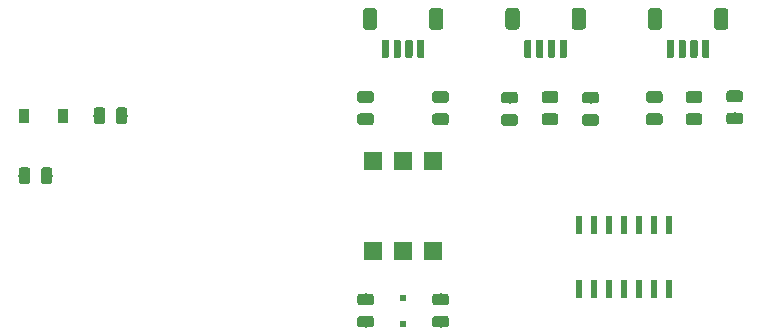
<source format=gbr>
G04 #@! TF.GenerationSoftware,KiCad,Pcbnew,5.0.2-5.fc29*
G04 #@! TF.CreationDate,2019-06-12T15:27:29+02:00*
G04 #@! TF.ProjectId,zynthian_zynaptik,7a796e74-6869-4616-9e5f-7a796e617074,1.0*
G04 #@! TF.SameCoordinates,Original*
G04 #@! TF.FileFunction,Paste,Top*
G04 #@! TF.FilePolarity,Positive*
%FSLAX46Y46*%
G04 Gerber Fmt 4.6, Leading zero omitted, Abs format (unit mm)*
G04 Created by KiCad (PCBNEW 5.0.2-5.fc29) date mié 12 jun 2019 15:27:29 CEST*
%MOMM*%
%LPD*%
G01*
G04 APERTURE LIST*
%ADD10R,0.600000X1.500000*%
%ADD11C,0.100000*%
%ADD12C,0.975000*%
%ADD13R,0.500000X0.500000*%
%ADD14R,0.900000X1.200000*%
%ADD15C,0.600000*%
%ADD16C,1.200000*%
%ADD17R,1.600000X1.600000*%
G04 APERTURE END LIST*
D10*
G04 #@! TO.C,U1*
X155892500Y-125826500D03*
X157162500Y-125826500D03*
X158432500Y-125826500D03*
X159702500Y-125826500D03*
X160972500Y-125826500D03*
X162242500Y-125826500D03*
X163512500Y-125826500D03*
X163512500Y-120426500D03*
X162242500Y-120426500D03*
X160972500Y-120426500D03*
X159702500Y-120426500D03*
X158432500Y-120426500D03*
X157162500Y-120426500D03*
X155892500Y-120426500D03*
G04 #@! TD*
D11*
G04 #@! TO.C,C1*
G36*
X138275142Y-128086174D02*
X138298803Y-128089684D01*
X138322007Y-128095496D01*
X138344529Y-128103554D01*
X138366153Y-128113782D01*
X138386670Y-128126079D01*
X138405883Y-128140329D01*
X138423607Y-128156393D01*
X138439671Y-128174117D01*
X138453921Y-128193330D01*
X138466218Y-128213847D01*
X138476446Y-128235471D01*
X138484504Y-128257993D01*
X138490316Y-128281197D01*
X138493826Y-128304858D01*
X138495000Y-128328750D01*
X138495000Y-128816250D01*
X138493826Y-128840142D01*
X138490316Y-128863803D01*
X138484504Y-128887007D01*
X138476446Y-128909529D01*
X138466218Y-128931153D01*
X138453921Y-128951670D01*
X138439671Y-128970883D01*
X138423607Y-128988607D01*
X138405883Y-129004671D01*
X138386670Y-129018921D01*
X138366153Y-129031218D01*
X138344529Y-129041446D01*
X138322007Y-129049504D01*
X138298803Y-129055316D01*
X138275142Y-129058826D01*
X138251250Y-129060000D01*
X137338750Y-129060000D01*
X137314858Y-129058826D01*
X137291197Y-129055316D01*
X137267993Y-129049504D01*
X137245471Y-129041446D01*
X137223847Y-129031218D01*
X137203330Y-129018921D01*
X137184117Y-129004671D01*
X137166393Y-128988607D01*
X137150329Y-128970883D01*
X137136079Y-128951670D01*
X137123782Y-128931153D01*
X137113554Y-128909529D01*
X137105496Y-128887007D01*
X137099684Y-128863803D01*
X137096174Y-128840142D01*
X137095000Y-128816250D01*
X137095000Y-128328750D01*
X137096174Y-128304858D01*
X137099684Y-128281197D01*
X137105496Y-128257993D01*
X137113554Y-128235471D01*
X137123782Y-128213847D01*
X137136079Y-128193330D01*
X137150329Y-128174117D01*
X137166393Y-128156393D01*
X137184117Y-128140329D01*
X137203330Y-128126079D01*
X137223847Y-128113782D01*
X137245471Y-128103554D01*
X137267993Y-128095496D01*
X137291197Y-128089684D01*
X137314858Y-128086174D01*
X137338750Y-128085000D01*
X138251250Y-128085000D01*
X138275142Y-128086174D01*
X138275142Y-128086174D01*
G37*
D12*
X137795000Y-128572500D03*
D11*
G36*
X138275142Y-126211174D02*
X138298803Y-126214684D01*
X138322007Y-126220496D01*
X138344529Y-126228554D01*
X138366153Y-126238782D01*
X138386670Y-126251079D01*
X138405883Y-126265329D01*
X138423607Y-126281393D01*
X138439671Y-126299117D01*
X138453921Y-126318330D01*
X138466218Y-126338847D01*
X138476446Y-126360471D01*
X138484504Y-126382993D01*
X138490316Y-126406197D01*
X138493826Y-126429858D01*
X138495000Y-126453750D01*
X138495000Y-126941250D01*
X138493826Y-126965142D01*
X138490316Y-126988803D01*
X138484504Y-127012007D01*
X138476446Y-127034529D01*
X138466218Y-127056153D01*
X138453921Y-127076670D01*
X138439671Y-127095883D01*
X138423607Y-127113607D01*
X138405883Y-127129671D01*
X138386670Y-127143921D01*
X138366153Y-127156218D01*
X138344529Y-127166446D01*
X138322007Y-127174504D01*
X138298803Y-127180316D01*
X138275142Y-127183826D01*
X138251250Y-127185000D01*
X137338750Y-127185000D01*
X137314858Y-127183826D01*
X137291197Y-127180316D01*
X137267993Y-127174504D01*
X137245471Y-127166446D01*
X137223847Y-127156218D01*
X137203330Y-127143921D01*
X137184117Y-127129671D01*
X137166393Y-127113607D01*
X137150329Y-127095883D01*
X137136079Y-127076670D01*
X137123782Y-127056153D01*
X137113554Y-127034529D01*
X137105496Y-127012007D01*
X137099684Y-126988803D01*
X137096174Y-126965142D01*
X137095000Y-126941250D01*
X137095000Y-126453750D01*
X137096174Y-126429858D01*
X137099684Y-126406197D01*
X137105496Y-126382993D01*
X137113554Y-126360471D01*
X137123782Y-126338847D01*
X137136079Y-126318330D01*
X137150329Y-126299117D01*
X137166393Y-126281393D01*
X137184117Y-126265329D01*
X137203330Y-126251079D01*
X137223847Y-126238782D01*
X137245471Y-126228554D01*
X137267993Y-126220496D01*
X137291197Y-126214684D01*
X137314858Y-126211174D01*
X137338750Y-126210000D01*
X138251250Y-126210000D01*
X138275142Y-126211174D01*
X138275142Y-126211174D01*
G37*
D12*
X137795000Y-126697500D03*
G04 #@! TD*
D11*
G04 #@! TO.C,C4*
G36*
X115535142Y-110426174D02*
X115558803Y-110429684D01*
X115582007Y-110435496D01*
X115604529Y-110443554D01*
X115626153Y-110453782D01*
X115646670Y-110466079D01*
X115665883Y-110480329D01*
X115683607Y-110496393D01*
X115699671Y-110514117D01*
X115713921Y-110533330D01*
X115726218Y-110553847D01*
X115736446Y-110575471D01*
X115744504Y-110597993D01*
X115750316Y-110621197D01*
X115753826Y-110644858D01*
X115755000Y-110668750D01*
X115755000Y-111581250D01*
X115753826Y-111605142D01*
X115750316Y-111628803D01*
X115744504Y-111652007D01*
X115736446Y-111674529D01*
X115726218Y-111696153D01*
X115713921Y-111716670D01*
X115699671Y-111735883D01*
X115683607Y-111753607D01*
X115665883Y-111769671D01*
X115646670Y-111783921D01*
X115626153Y-111796218D01*
X115604529Y-111806446D01*
X115582007Y-111814504D01*
X115558803Y-111820316D01*
X115535142Y-111823826D01*
X115511250Y-111825000D01*
X115023750Y-111825000D01*
X114999858Y-111823826D01*
X114976197Y-111820316D01*
X114952993Y-111814504D01*
X114930471Y-111806446D01*
X114908847Y-111796218D01*
X114888330Y-111783921D01*
X114869117Y-111769671D01*
X114851393Y-111753607D01*
X114835329Y-111735883D01*
X114821079Y-111716670D01*
X114808782Y-111696153D01*
X114798554Y-111674529D01*
X114790496Y-111652007D01*
X114784684Y-111628803D01*
X114781174Y-111605142D01*
X114780000Y-111581250D01*
X114780000Y-110668750D01*
X114781174Y-110644858D01*
X114784684Y-110621197D01*
X114790496Y-110597993D01*
X114798554Y-110575471D01*
X114808782Y-110553847D01*
X114821079Y-110533330D01*
X114835329Y-110514117D01*
X114851393Y-110496393D01*
X114869117Y-110480329D01*
X114888330Y-110466079D01*
X114908847Y-110453782D01*
X114930471Y-110443554D01*
X114952993Y-110435496D01*
X114976197Y-110429684D01*
X114999858Y-110426174D01*
X115023750Y-110425000D01*
X115511250Y-110425000D01*
X115535142Y-110426174D01*
X115535142Y-110426174D01*
G37*
D12*
X115267500Y-111125000D03*
D11*
G36*
X117410142Y-110426174D02*
X117433803Y-110429684D01*
X117457007Y-110435496D01*
X117479529Y-110443554D01*
X117501153Y-110453782D01*
X117521670Y-110466079D01*
X117540883Y-110480329D01*
X117558607Y-110496393D01*
X117574671Y-110514117D01*
X117588921Y-110533330D01*
X117601218Y-110553847D01*
X117611446Y-110575471D01*
X117619504Y-110597993D01*
X117625316Y-110621197D01*
X117628826Y-110644858D01*
X117630000Y-110668750D01*
X117630000Y-111581250D01*
X117628826Y-111605142D01*
X117625316Y-111628803D01*
X117619504Y-111652007D01*
X117611446Y-111674529D01*
X117601218Y-111696153D01*
X117588921Y-111716670D01*
X117574671Y-111735883D01*
X117558607Y-111753607D01*
X117540883Y-111769671D01*
X117521670Y-111783921D01*
X117501153Y-111796218D01*
X117479529Y-111806446D01*
X117457007Y-111814504D01*
X117433803Y-111820316D01*
X117410142Y-111823826D01*
X117386250Y-111825000D01*
X116898750Y-111825000D01*
X116874858Y-111823826D01*
X116851197Y-111820316D01*
X116827993Y-111814504D01*
X116805471Y-111806446D01*
X116783847Y-111796218D01*
X116763330Y-111783921D01*
X116744117Y-111769671D01*
X116726393Y-111753607D01*
X116710329Y-111735883D01*
X116696079Y-111716670D01*
X116683782Y-111696153D01*
X116673554Y-111674529D01*
X116665496Y-111652007D01*
X116659684Y-111628803D01*
X116656174Y-111605142D01*
X116655000Y-111581250D01*
X116655000Y-110668750D01*
X116656174Y-110644858D01*
X116659684Y-110621197D01*
X116665496Y-110597993D01*
X116673554Y-110575471D01*
X116683782Y-110553847D01*
X116696079Y-110533330D01*
X116710329Y-110514117D01*
X116726393Y-110496393D01*
X116744117Y-110480329D01*
X116763330Y-110466079D01*
X116783847Y-110453782D01*
X116805471Y-110443554D01*
X116827993Y-110435496D01*
X116851197Y-110429684D01*
X116874858Y-110426174D01*
X116898750Y-110425000D01*
X117386250Y-110425000D01*
X117410142Y-110426174D01*
X117410142Y-110426174D01*
G37*
D12*
X117142500Y-111125000D03*
G04 #@! TD*
D13*
G04 #@! TO.C,D1*
X140970000Y-126535000D03*
X140970000Y-128735000D03*
G04 #@! TD*
D14*
G04 #@! TO.C,D2*
X112140000Y-111125000D03*
X108840000Y-111125000D03*
G04 #@! TD*
D11*
G04 #@! TO.C,MIDI-1*
G36*
X139634703Y-104690722D02*
X139649264Y-104692882D01*
X139663543Y-104696459D01*
X139677403Y-104701418D01*
X139690710Y-104707712D01*
X139703336Y-104715280D01*
X139715159Y-104724048D01*
X139726066Y-104733934D01*
X139735952Y-104744841D01*
X139744720Y-104756664D01*
X139752288Y-104769290D01*
X139758582Y-104782597D01*
X139763541Y-104796457D01*
X139767118Y-104810736D01*
X139769278Y-104825297D01*
X139770000Y-104840000D01*
X139770000Y-106090000D01*
X139769278Y-106104703D01*
X139767118Y-106119264D01*
X139763541Y-106133543D01*
X139758582Y-106147403D01*
X139752288Y-106160710D01*
X139744720Y-106173336D01*
X139735952Y-106185159D01*
X139726066Y-106196066D01*
X139715159Y-106205952D01*
X139703336Y-106214720D01*
X139690710Y-106222288D01*
X139677403Y-106228582D01*
X139663543Y-106233541D01*
X139649264Y-106237118D01*
X139634703Y-106239278D01*
X139620000Y-106240000D01*
X139320000Y-106240000D01*
X139305297Y-106239278D01*
X139290736Y-106237118D01*
X139276457Y-106233541D01*
X139262597Y-106228582D01*
X139249290Y-106222288D01*
X139236664Y-106214720D01*
X139224841Y-106205952D01*
X139213934Y-106196066D01*
X139204048Y-106185159D01*
X139195280Y-106173336D01*
X139187712Y-106160710D01*
X139181418Y-106147403D01*
X139176459Y-106133543D01*
X139172882Y-106119264D01*
X139170722Y-106104703D01*
X139170000Y-106090000D01*
X139170000Y-104840000D01*
X139170722Y-104825297D01*
X139172882Y-104810736D01*
X139176459Y-104796457D01*
X139181418Y-104782597D01*
X139187712Y-104769290D01*
X139195280Y-104756664D01*
X139204048Y-104744841D01*
X139213934Y-104733934D01*
X139224841Y-104724048D01*
X139236664Y-104715280D01*
X139249290Y-104707712D01*
X139262597Y-104701418D01*
X139276457Y-104696459D01*
X139290736Y-104692882D01*
X139305297Y-104690722D01*
X139320000Y-104690000D01*
X139620000Y-104690000D01*
X139634703Y-104690722D01*
X139634703Y-104690722D01*
G37*
D15*
X139470000Y-105465000D03*
D11*
G36*
X140634703Y-104690722D02*
X140649264Y-104692882D01*
X140663543Y-104696459D01*
X140677403Y-104701418D01*
X140690710Y-104707712D01*
X140703336Y-104715280D01*
X140715159Y-104724048D01*
X140726066Y-104733934D01*
X140735952Y-104744841D01*
X140744720Y-104756664D01*
X140752288Y-104769290D01*
X140758582Y-104782597D01*
X140763541Y-104796457D01*
X140767118Y-104810736D01*
X140769278Y-104825297D01*
X140770000Y-104840000D01*
X140770000Y-106090000D01*
X140769278Y-106104703D01*
X140767118Y-106119264D01*
X140763541Y-106133543D01*
X140758582Y-106147403D01*
X140752288Y-106160710D01*
X140744720Y-106173336D01*
X140735952Y-106185159D01*
X140726066Y-106196066D01*
X140715159Y-106205952D01*
X140703336Y-106214720D01*
X140690710Y-106222288D01*
X140677403Y-106228582D01*
X140663543Y-106233541D01*
X140649264Y-106237118D01*
X140634703Y-106239278D01*
X140620000Y-106240000D01*
X140320000Y-106240000D01*
X140305297Y-106239278D01*
X140290736Y-106237118D01*
X140276457Y-106233541D01*
X140262597Y-106228582D01*
X140249290Y-106222288D01*
X140236664Y-106214720D01*
X140224841Y-106205952D01*
X140213934Y-106196066D01*
X140204048Y-106185159D01*
X140195280Y-106173336D01*
X140187712Y-106160710D01*
X140181418Y-106147403D01*
X140176459Y-106133543D01*
X140172882Y-106119264D01*
X140170722Y-106104703D01*
X140170000Y-106090000D01*
X140170000Y-104840000D01*
X140170722Y-104825297D01*
X140172882Y-104810736D01*
X140176459Y-104796457D01*
X140181418Y-104782597D01*
X140187712Y-104769290D01*
X140195280Y-104756664D01*
X140204048Y-104744841D01*
X140213934Y-104733934D01*
X140224841Y-104724048D01*
X140236664Y-104715280D01*
X140249290Y-104707712D01*
X140262597Y-104701418D01*
X140276457Y-104696459D01*
X140290736Y-104692882D01*
X140305297Y-104690722D01*
X140320000Y-104690000D01*
X140620000Y-104690000D01*
X140634703Y-104690722D01*
X140634703Y-104690722D01*
G37*
D15*
X140470000Y-105465000D03*
D11*
G36*
X141634703Y-104690722D02*
X141649264Y-104692882D01*
X141663543Y-104696459D01*
X141677403Y-104701418D01*
X141690710Y-104707712D01*
X141703336Y-104715280D01*
X141715159Y-104724048D01*
X141726066Y-104733934D01*
X141735952Y-104744841D01*
X141744720Y-104756664D01*
X141752288Y-104769290D01*
X141758582Y-104782597D01*
X141763541Y-104796457D01*
X141767118Y-104810736D01*
X141769278Y-104825297D01*
X141770000Y-104840000D01*
X141770000Y-106090000D01*
X141769278Y-106104703D01*
X141767118Y-106119264D01*
X141763541Y-106133543D01*
X141758582Y-106147403D01*
X141752288Y-106160710D01*
X141744720Y-106173336D01*
X141735952Y-106185159D01*
X141726066Y-106196066D01*
X141715159Y-106205952D01*
X141703336Y-106214720D01*
X141690710Y-106222288D01*
X141677403Y-106228582D01*
X141663543Y-106233541D01*
X141649264Y-106237118D01*
X141634703Y-106239278D01*
X141620000Y-106240000D01*
X141320000Y-106240000D01*
X141305297Y-106239278D01*
X141290736Y-106237118D01*
X141276457Y-106233541D01*
X141262597Y-106228582D01*
X141249290Y-106222288D01*
X141236664Y-106214720D01*
X141224841Y-106205952D01*
X141213934Y-106196066D01*
X141204048Y-106185159D01*
X141195280Y-106173336D01*
X141187712Y-106160710D01*
X141181418Y-106147403D01*
X141176459Y-106133543D01*
X141172882Y-106119264D01*
X141170722Y-106104703D01*
X141170000Y-106090000D01*
X141170000Y-104840000D01*
X141170722Y-104825297D01*
X141172882Y-104810736D01*
X141176459Y-104796457D01*
X141181418Y-104782597D01*
X141187712Y-104769290D01*
X141195280Y-104756664D01*
X141204048Y-104744841D01*
X141213934Y-104733934D01*
X141224841Y-104724048D01*
X141236664Y-104715280D01*
X141249290Y-104707712D01*
X141262597Y-104701418D01*
X141276457Y-104696459D01*
X141290736Y-104692882D01*
X141305297Y-104690722D01*
X141320000Y-104690000D01*
X141620000Y-104690000D01*
X141634703Y-104690722D01*
X141634703Y-104690722D01*
G37*
D15*
X141470000Y-105465000D03*
D11*
G36*
X142634703Y-104690722D02*
X142649264Y-104692882D01*
X142663543Y-104696459D01*
X142677403Y-104701418D01*
X142690710Y-104707712D01*
X142703336Y-104715280D01*
X142715159Y-104724048D01*
X142726066Y-104733934D01*
X142735952Y-104744841D01*
X142744720Y-104756664D01*
X142752288Y-104769290D01*
X142758582Y-104782597D01*
X142763541Y-104796457D01*
X142767118Y-104810736D01*
X142769278Y-104825297D01*
X142770000Y-104840000D01*
X142770000Y-106090000D01*
X142769278Y-106104703D01*
X142767118Y-106119264D01*
X142763541Y-106133543D01*
X142758582Y-106147403D01*
X142752288Y-106160710D01*
X142744720Y-106173336D01*
X142735952Y-106185159D01*
X142726066Y-106196066D01*
X142715159Y-106205952D01*
X142703336Y-106214720D01*
X142690710Y-106222288D01*
X142677403Y-106228582D01*
X142663543Y-106233541D01*
X142649264Y-106237118D01*
X142634703Y-106239278D01*
X142620000Y-106240000D01*
X142320000Y-106240000D01*
X142305297Y-106239278D01*
X142290736Y-106237118D01*
X142276457Y-106233541D01*
X142262597Y-106228582D01*
X142249290Y-106222288D01*
X142236664Y-106214720D01*
X142224841Y-106205952D01*
X142213934Y-106196066D01*
X142204048Y-106185159D01*
X142195280Y-106173336D01*
X142187712Y-106160710D01*
X142181418Y-106147403D01*
X142176459Y-106133543D01*
X142172882Y-106119264D01*
X142170722Y-106104703D01*
X142170000Y-106090000D01*
X142170000Y-104840000D01*
X142170722Y-104825297D01*
X142172882Y-104810736D01*
X142176459Y-104796457D01*
X142181418Y-104782597D01*
X142187712Y-104769290D01*
X142195280Y-104756664D01*
X142204048Y-104744841D01*
X142213934Y-104733934D01*
X142224841Y-104724048D01*
X142236664Y-104715280D01*
X142249290Y-104707712D01*
X142262597Y-104701418D01*
X142276457Y-104696459D01*
X142290736Y-104692882D01*
X142305297Y-104690722D01*
X142320000Y-104690000D01*
X142620000Y-104690000D01*
X142634703Y-104690722D01*
X142634703Y-104690722D01*
G37*
D15*
X142470000Y-105465000D03*
D11*
G36*
X138544505Y-102041204D02*
X138568773Y-102044804D01*
X138592572Y-102050765D01*
X138615671Y-102059030D01*
X138637850Y-102069520D01*
X138658893Y-102082132D01*
X138678599Y-102096747D01*
X138696777Y-102113223D01*
X138713253Y-102131401D01*
X138727868Y-102151107D01*
X138740480Y-102172150D01*
X138750970Y-102194329D01*
X138759235Y-102217428D01*
X138765196Y-102241227D01*
X138768796Y-102265495D01*
X138770000Y-102289999D01*
X138770000Y-103590001D01*
X138768796Y-103614505D01*
X138765196Y-103638773D01*
X138759235Y-103662572D01*
X138750970Y-103685671D01*
X138740480Y-103707850D01*
X138727868Y-103728893D01*
X138713253Y-103748599D01*
X138696777Y-103766777D01*
X138678599Y-103783253D01*
X138658893Y-103797868D01*
X138637850Y-103810480D01*
X138615671Y-103820970D01*
X138592572Y-103829235D01*
X138568773Y-103835196D01*
X138544505Y-103838796D01*
X138520001Y-103840000D01*
X137819999Y-103840000D01*
X137795495Y-103838796D01*
X137771227Y-103835196D01*
X137747428Y-103829235D01*
X137724329Y-103820970D01*
X137702150Y-103810480D01*
X137681107Y-103797868D01*
X137661401Y-103783253D01*
X137643223Y-103766777D01*
X137626747Y-103748599D01*
X137612132Y-103728893D01*
X137599520Y-103707850D01*
X137589030Y-103685671D01*
X137580765Y-103662572D01*
X137574804Y-103638773D01*
X137571204Y-103614505D01*
X137570000Y-103590001D01*
X137570000Y-102289999D01*
X137571204Y-102265495D01*
X137574804Y-102241227D01*
X137580765Y-102217428D01*
X137589030Y-102194329D01*
X137599520Y-102172150D01*
X137612132Y-102151107D01*
X137626747Y-102131401D01*
X137643223Y-102113223D01*
X137661401Y-102096747D01*
X137681107Y-102082132D01*
X137702150Y-102069520D01*
X137724329Y-102059030D01*
X137747428Y-102050765D01*
X137771227Y-102044804D01*
X137795495Y-102041204D01*
X137819999Y-102040000D01*
X138520001Y-102040000D01*
X138544505Y-102041204D01*
X138544505Y-102041204D01*
G37*
D16*
X138170000Y-102940000D03*
D11*
G36*
X144144505Y-102041204D02*
X144168773Y-102044804D01*
X144192572Y-102050765D01*
X144215671Y-102059030D01*
X144237850Y-102069520D01*
X144258893Y-102082132D01*
X144278599Y-102096747D01*
X144296777Y-102113223D01*
X144313253Y-102131401D01*
X144327868Y-102151107D01*
X144340480Y-102172150D01*
X144350970Y-102194329D01*
X144359235Y-102217428D01*
X144365196Y-102241227D01*
X144368796Y-102265495D01*
X144370000Y-102289999D01*
X144370000Y-103590001D01*
X144368796Y-103614505D01*
X144365196Y-103638773D01*
X144359235Y-103662572D01*
X144350970Y-103685671D01*
X144340480Y-103707850D01*
X144327868Y-103728893D01*
X144313253Y-103748599D01*
X144296777Y-103766777D01*
X144278599Y-103783253D01*
X144258893Y-103797868D01*
X144237850Y-103810480D01*
X144215671Y-103820970D01*
X144192572Y-103829235D01*
X144168773Y-103835196D01*
X144144505Y-103838796D01*
X144120001Y-103840000D01*
X143419999Y-103840000D01*
X143395495Y-103838796D01*
X143371227Y-103835196D01*
X143347428Y-103829235D01*
X143324329Y-103820970D01*
X143302150Y-103810480D01*
X143281107Y-103797868D01*
X143261401Y-103783253D01*
X143243223Y-103766777D01*
X143226747Y-103748599D01*
X143212132Y-103728893D01*
X143199520Y-103707850D01*
X143189030Y-103685671D01*
X143180765Y-103662572D01*
X143174804Y-103638773D01*
X143171204Y-103614505D01*
X143170000Y-103590001D01*
X143170000Y-102289999D01*
X143171204Y-102265495D01*
X143174804Y-102241227D01*
X143180765Y-102217428D01*
X143189030Y-102194329D01*
X143199520Y-102172150D01*
X143212132Y-102151107D01*
X143226747Y-102131401D01*
X143243223Y-102113223D01*
X143261401Y-102096747D01*
X143281107Y-102082132D01*
X143302150Y-102069520D01*
X143324329Y-102059030D01*
X143347428Y-102050765D01*
X143371227Y-102044804D01*
X143395495Y-102041204D01*
X143419999Y-102040000D01*
X144120001Y-102040000D01*
X144144505Y-102041204D01*
X144144505Y-102041204D01*
G37*
D16*
X143770000Y-102940000D03*
G04 #@! TD*
D11*
G04 #@! TO.C,MIDI-2*
G36*
X156209505Y-102041204D02*
X156233773Y-102044804D01*
X156257572Y-102050765D01*
X156280671Y-102059030D01*
X156302850Y-102069520D01*
X156323893Y-102082132D01*
X156343599Y-102096747D01*
X156361777Y-102113223D01*
X156378253Y-102131401D01*
X156392868Y-102151107D01*
X156405480Y-102172150D01*
X156415970Y-102194329D01*
X156424235Y-102217428D01*
X156430196Y-102241227D01*
X156433796Y-102265495D01*
X156435000Y-102289999D01*
X156435000Y-103590001D01*
X156433796Y-103614505D01*
X156430196Y-103638773D01*
X156424235Y-103662572D01*
X156415970Y-103685671D01*
X156405480Y-103707850D01*
X156392868Y-103728893D01*
X156378253Y-103748599D01*
X156361777Y-103766777D01*
X156343599Y-103783253D01*
X156323893Y-103797868D01*
X156302850Y-103810480D01*
X156280671Y-103820970D01*
X156257572Y-103829235D01*
X156233773Y-103835196D01*
X156209505Y-103838796D01*
X156185001Y-103840000D01*
X155484999Y-103840000D01*
X155460495Y-103838796D01*
X155436227Y-103835196D01*
X155412428Y-103829235D01*
X155389329Y-103820970D01*
X155367150Y-103810480D01*
X155346107Y-103797868D01*
X155326401Y-103783253D01*
X155308223Y-103766777D01*
X155291747Y-103748599D01*
X155277132Y-103728893D01*
X155264520Y-103707850D01*
X155254030Y-103685671D01*
X155245765Y-103662572D01*
X155239804Y-103638773D01*
X155236204Y-103614505D01*
X155235000Y-103590001D01*
X155235000Y-102289999D01*
X155236204Y-102265495D01*
X155239804Y-102241227D01*
X155245765Y-102217428D01*
X155254030Y-102194329D01*
X155264520Y-102172150D01*
X155277132Y-102151107D01*
X155291747Y-102131401D01*
X155308223Y-102113223D01*
X155326401Y-102096747D01*
X155346107Y-102082132D01*
X155367150Y-102069520D01*
X155389329Y-102059030D01*
X155412428Y-102050765D01*
X155436227Y-102044804D01*
X155460495Y-102041204D01*
X155484999Y-102040000D01*
X156185001Y-102040000D01*
X156209505Y-102041204D01*
X156209505Y-102041204D01*
G37*
D16*
X155835000Y-102940000D03*
D11*
G36*
X150609505Y-102041204D02*
X150633773Y-102044804D01*
X150657572Y-102050765D01*
X150680671Y-102059030D01*
X150702850Y-102069520D01*
X150723893Y-102082132D01*
X150743599Y-102096747D01*
X150761777Y-102113223D01*
X150778253Y-102131401D01*
X150792868Y-102151107D01*
X150805480Y-102172150D01*
X150815970Y-102194329D01*
X150824235Y-102217428D01*
X150830196Y-102241227D01*
X150833796Y-102265495D01*
X150835000Y-102289999D01*
X150835000Y-103590001D01*
X150833796Y-103614505D01*
X150830196Y-103638773D01*
X150824235Y-103662572D01*
X150815970Y-103685671D01*
X150805480Y-103707850D01*
X150792868Y-103728893D01*
X150778253Y-103748599D01*
X150761777Y-103766777D01*
X150743599Y-103783253D01*
X150723893Y-103797868D01*
X150702850Y-103810480D01*
X150680671Y-103820970D01*
X150657572Y-103829235D01*
X150633773Y-103835196D01*
X150609505Y-103838796D01*
X150585001Y-103840000D01*
X149884999Y-103840000D01*
X149860495Y-103838796D01*
X149836227Y-103835196D01*
X149812428Y-103829235D01*
X149789329Y-103820970D01*
X149767150Y-103810480D01*
X149746107Y-103797868D01*
X149726401Y-103783253D01*
X149708223Y-103766777D01*
X149691747Y-103748599D01*
X149677132Y-103728893D01*
X149664520Y-103707850D01*
X149654030Y-103685671D01*
X149645765Y-103662572D01*
X149639804Y-103638773D01*
X149636204Y-103614505D01*
X149635000Y-103590001D01*
X149635000Y-102289999D01*
X149636204Y-102265495D01*
X149639804Y-102241227D01*
X149645765Y-102217428D01*
X149654030Y-102194329D01*
X149664520Y-102172150D01*
X149677132Y-102151107D01*
X149691747Y-102131401D01*
X149708223Y-102113223D01*
X149726401Y-102096747D01*
X149746107Y-102082132D01*
X149767150Y-102069520D01*
X149789329Y-102059030D01*
X149812428Y-102050765D01*
X149836227Y-102044804D01*
X149860495Y-102041204D01*
X149884999Y-102040000D01*
X150585001Y-102040000D01*
X150609505Y-102041204D01*
X150609505Y-102041204D01*
G37*
D16*
X150235000Y-102940000D03*
D11*
G36*
X154699703Y-104690722D02*
X154714264Y-104692882D01*
X154728543Y-104696459D01*
X154742403Y-104701418D01*
X154755710Y-104707712D01*
X154768336Y-104715280D01*
X154780159Y-104724048D01*
X154791066Y-104733934D01*
X154800952Y-104744841D01*
X154809720Y-104756664D01*
X154817288Y-104769290D01*
X154823582Y-104782597D01*
X154828541Y-104796457D01*
X154832118Y-104810736D01*
X154834278Y-104825297D01*
X154835000Y-104840000D01*
X154835000Y-106090000D01*
X154834278Y-106104703D01*
X154832118Y-106119264D01*
X154828541Y-106133543D01*
X154823582Y-106147403D01*
X154817288Y-106160710D01*
X154809720Y-106173336D01*
X154800952Y-106185159D01*
X154791066Y-106196066D01*
X154780159Y-106205952D01*
X154768336Y-106214720D01*
X154755710Y-106222288D01*
X154742403Y-106228582D01*
X154728543Y-106233541D01*
X154714264Y-106237118D01*
X154699703Y-106239278D01*
X154685000Y-106240000D01*
X154385000Y-106240000D01*
X154370297Y-106239278D01*
X154355736Y-106237118D01*
X154341457Y-106233541D01*
X154327597Y-106228582D01*
X154314290Y-106222288D01*
X154301664Y-106214720D01*
X154289841Y-106205952D01*
X154278934Y-106196066D01*
X154269048Y-106185159D01*
X154260280Y-106173336D01*
X154252712Y-106160710D01*
X154246418Y-106147403D01*
X154241459Y-106133543D01*
X154237882Y-106119264D01*
X154235722Y-106104703D01*
X154235000Y-106090000D01*
X154235000Y-104840000D01*
X154235722Y-104825297D01*
X154237882Y-104810736D01*
X154241459Y-104796457D01*
X154246418Y-104782597D01*
X154252712Y-104769290D01*
X154260280Y-104756664D01*
X154269048Y-104744841D01*
X154278934Y-104733934D01*
X154289841Y-104724048D01*
X154301664Y-104715280D01*
X154314290Y-104707712D01*
X154327597Y-104701418D01*
X154341457Y-104696459D01*
X154355736Y-104692882D01*
X154370297Y-104690722D01*
X154385000Y-104690000D01*
X154685000Y-104690000D01*
X154699703Y-104690722D01*
X154699703Y-104690722D01*
G37*
D15*
X154535000Y-105465000D03*
D11*
G36*
X153699703Y-104690722D02*
X153714264Y-104692882D01*
X153728543Y-104696459D01*
X153742403Y-104701418D01*
X153755710Y-104707712D01*
X153768336Y-104715280D01*
X153780159Y-104724048D01*
X153791066Y-104733934D01*
X153800952Y-104744841D01*
X153809720Y-104756664D01*
X153817288Y-104769290D01*
X153823582Y-104782597D01*
X153828541Y-104796457D01*
X153832118Y-104810736D01*
X153834278Y-104825297D01*
X153835000Y-104840000D01*
X153835000Y-106090000D01*
X153834278Y-106104703D01*
X153832118Y-106119264D01*
X153828541Y-106133543D01*
X153823582Y-106147403D01*
X153817288Y-106160710D01*
X153809720Y-106173336D01*
X153800952Y-106185159D01*
X153791066Y-106196066D01*
X153780159Y-106205952D01*
X153768336Y-106214720D01*
X153755710Y-106222288D01*
X153742403Y-106228582D01*
X153728543Y-106233541D01*
X153714264Y-106237118D01*
X153699703Y-106239278D01*
X153685000Y-106240000D01*
X153385000Y-106240000D01*
X153370297Y-106239278D01*
X153355736Y-106237118D01*
X153341457Y-106233541D01*
X153327597Y-106228582D01*
X153314290Y-106222288D01*
X153301664Y-106214720D01*
X153289841Y-106205952D01*
X153278934Y-106196066D01*
X153269048Y-106185159D01*
X153260280Y-106173336D01*
X153252712Y-106160710D01*
X153246418Y-106147403D01*
X153241459Y-106133543D01*
X153237882Y-106119264D01*
X153235722Y-106104703D01*
X153235000Y-106090000D01*
X153235000Y-104840000D01*
X153235722Y-104825297D01*
X153237882Y-104810736D01*
X153241459Y-104796457D01*
X153246418Y-104782597D01*
X153252712Y-104769290D01*
X153260280Y-104756664D01*
X153269048Y-104744841D01*
X153278934Y-104733934D01*
X153289841Y-104724048D01*
X153301664Y-104715280D01*
X153314290Y-104707712D01*
X153327597Y-104701418D01*
X153341457Y-104696459D01*
X153355736Y-104692882D01*
X153370297Y-104690722D01*
X153385000Y-104690000D01*
X153685000Y-104690000D01*
X153699703Y-104690722D01*
X153699703Y-104690722D01*
G37*
D15*
X153535000Y-105465000D03*
D11*
G36*
X152699703Y-104690722D02*
X152714264Y-104692882D01*
X152728543Y-104696459D01*
X152742403Y-104701418D01*
X152755710Y-104707712D01*
X152768336Y-104715280D01*
X152780159Y-104724048D01*
X152791066Y-104733934D01*
X152800952Y-104744841D01*
X152809720Y-104756664D01*
X152817288Y-104769290D01*
X152823582Y-104782597D01*
X152828541Y-104796457D01*
X152832118Y-104810736D01*
X152834278Y-104825297D01*
X152835000Y-104840000D01*
X152835000Y-106090000D01*
X152834278Y-106104703D01*
X152832118Y-106119264D01*
X152828541Y-106133543D01*
X152823582Y-106147403D01*
X152817288Y-106160710D01*
X152809720Y-106173336D01*
X152800952Y-106185159D01*
X152791066Y-106196066D01*
X152780159Y-106205952D01*
X152768336Y-106214720D01*
X152755710Y-106222288D01*
X152742403Y-106228582D01*
X152728543Y-106233541D01*
X152714264Y-106237118D01*
X152699703Y-106239278D01*
X152685000Y-106240000D01*
X152385000Y-106240000D01*
X152370297Y-106239278D01*
X152355736Y-106237118D01*
X152341457Y-106233541D01*
X152327597Y-106228582D01*
X152314290Y-106222288D01*
X152301664Y-106214720D01*
X152289841Y-106205952D01*
X152278934Y-106196066D01*
X152269048Y-106185159D01*
X152260280Y-106173336D01*
X152252712Y-106160710D01*
X152246418Y-106147403D01*
X152241459Y-106133543D01*
X152237882Y-106119264D01*
X152235722Y-106104703D01*
X152235000Y-106090000D01*
X152235000Y-104840000D01*
X152235722Y-104825297D01*
X152237882Y-104810736D01*
X152241459Y-104796457D01*
X152246418Y-104782597D01*
X152252712Y-104769290D01*
X152260280Y-104756664D01*
X152269048Y-104744841D01*
X152278934Y-104733934D01*
X152289841Y-104724048D01*
X152301664Y-104715280D01*
X152314290Y-104707712D01*
X152327597Y-104701418D01*
X152341457Y-104696459D01*
X152355736Y-104692882D01*
X152370297Y-104690722D01*
X152385000Y-104690000D01*
X152685000Y-104690000D01*
X152699703Y-104690722D01*
X152699703Y-104690722D01*
G37*
D15*
X152535000Y-105465000D03*
D11*
G36*
X151699703Y-104690722D02*
X151714264Y-104692882D01*
X151728543Y-104696459D01*
X151742403Y-104701418D01*
X151755710Y-104707712D01*
X151768336Y-104715280D01*
X151780159Y-104724048D01*
X151791066Y-104733934D01*
X151800952Y-104744841D01*
X151809720Y-104756664D01*
X151817288Y-104769290D01*
X151823582Y-104782597D01*
X151828541Y-104796457D01*
X151832118Y-104810736D01*
X151834278Y-104825297D01*
X151835000Y-104840000D01*
X151835000Y-106090000D01*
X151834278Y-106104703D01*
X151832118Y-106119264D01*
X151828541Y-106133543D01*
X151823582Y-106147403D01*
X151817288Y-106160710D01*
X151809720Y-106173336D01*
X151800952Y-106185159D01*
X151791066Y-106196066D01*
X151780159Y-106205952D01*
X151768336Y-106214720D01*
X151755710Y-106222288D01*
X151742403Y-106228582D01*
X151728543Y-106233541D01*
X151714264Y-106237118D01*
X151699703Y-106239278D01*
X151685000Y-106240000D01*
X151385000Y-106240000D01*
X151370297Y-106239278D01*
X151355736Y-106237118D01*
X151341457Y-106233541D01*
X151327597Y-106228582D01*
X151314290Y-106222288D01*
X151301664Y-106214720D01*
X151289841Y-106205952D01*
X151278934Y-106196066D01*
X151269048Y-106185159D01*
X151260280Y-106173336D01*
X151252712Y-106160710D01*
X151246418Y-106147403D01*
X151241459Y-106133543D01*
X151237882Y-106119264D01*
X151235722Y-106104703D01*
X151235000Y-106090000D01*
X151235000Y-104840000D01*
X151235722Y-104825297D01*
X151237882Y-104810736D01*
X151241459Y-104796457D01*
X151246418Y-104782597D01*
X151252712Y-104769290D01*
X151260280Y-104756664D01*
X151269048Y-104744841D01*
X151278934Y-104733934D01*
X151289841Y-104724048D01*
X151301664Y-104715280D01*
X151314290Y-104707712D01*
X151327597Y-104701418D01*
X151341457Y-104696459D01*
X151355736Y-104692882D01*
X151370297Y-104690722D01*
X151385000Y-104690000D01*
X151685000Y-104690000D01*
X151699703Y-104690722D01*
X151699703Y-104690722D01*
G37*
D15*
X151535000Y-105465000D03*
G04 #@! TD*
D11*
G04 #@! TO.C,MIDI-3*
G36*
X163764703Y-104690722D02*
X163779264Y-104692882D01*
X163793543Y-104696459D01*
X163807403Y-104701418D01*
X163820710Y-104707712D01*
X163833336Y-104715280D01*
X163845159Y-104724048D01*
X163856066Y-104733934D01*
X163865952Y-104744841D01*
X163874720Y-104756664D01*
X163882288Y-104769290D01*
X163888582Y-104782597D01*
X163893541Y-104796457D01*
X163897118Y-104810736D01*
X163899278Y-104825297D01*
X163900000Y-104840000D01*
X163900000Y-106090000D01*
X163899278Y-106104703D01*
X163897118Y-106119264D01*
X163893541Y-106133543D01*
X163888582Y-106147403D01*
X163882288Y-106160710D01*
X163874720Y-106173336D01*
X163865952Y-106185159D01*
X163856066Y-106196066D01*
X163845159Y-106205952D01*
X163833336Y-106214720D01*
X163820710Y-106222288D01*
X163807403Y-106228582D01*
X163793543Y-106233541D01*
X163779264Y-106237118D01*
X163764703Y-106239278D01*
X163750000Y-106240000D01*
X163450000Y-106240000D01*
X163435297Y-106239278D01*
X163420736Y-106237118D01*
X163406457Y-106233541D01*
X163392597Y-106228582D01*
X163379290Y-106222288D01*
X163366664Y-106214720D01*
X163354841Y-106205952D01*
X163343934Y-106196066D01*
X163334048Y-106185159D01*
X163325280Y-106173336D01*
X163317712Y-106160710D01*
X163311418Y-106147403D01*
X163306459Y-106133543D01*
X163302882Y-106119264D01*
X163300722Y-106104703D01*
X163300000Y-106090000D01*
X163300000Y-104840000D01*
X163300722Y-104825297D01*
X163302882Y-104810736D01*
X163306459Y-104796457D01*
X163311418Y-104782597D01*
X163317712Y-104769290D01*
X163325280Y-104756664D01*
X163334048Y-104744841D01*
X163343934Y-104733934D01*
X163354841Y-104724048D01*
X163366664Y-104715280D01*
X163379290Y-104707712D01*
X163392597Y-104701418D01*
X163406457Y-104696459D01*
X163420736Y-104692882D01*
X163435297Y-104690722D01*
X163450000Y-104690000D01*
X163750000Y-104690000D01*
X163764703Y-104690722D01*
X163764703Y-104690722D01*
G37*
D15*
X163600000Y-105465000D03*
D11*
G36*
X164764703Y-104690722D02*
X164779264Y-104692882D01*
X164793543Y-104696459D01*
X164807403Y-104701418D01*
X164820710Y-104707712D01*
X164833336Y-104715280D01*
X164845159Y-104724048D01*
X164856066Y-104733934D01*
X164865952Y-104744841D01*
X164874720Y-104756664D01*
X164882288Y-104769290D01*
X164888582Y-104782597D01*
X164893541Y-104796457D01*
X164897118Y-104810736D01*
X164899278Y-104825297D01*
X164900000Y-104840000D01*
X164900000Y-106090000D01*
X164899278Y-106104703D01*
X164897118Y-106119264D01*
X164893541Y-106133543D01*
X164888582Y-106147403D01*
X164882288Y-106160710D01*
X164874720Y-106173336D01*
X164865952Y-106185159D01*
X164856066Y-106196066D01*
X164845159Y-106205952D01*
X164833336Y-106214720D01*
X164820710Y-106222288D01*
X164807403Y-106228582D01*
X164793543Y-106233541D01*
X164779264Y-106237118D01*
X164764703Y-106239278D01*
X164750000Y-106240000D01*
X164450000Y-106240000D01*
X164435297Y-106239278D01*
X164420736Y-106237118D01*
X164406457Y-106233541D01*
X164392597Y-106228582D01*
X164379290Y-106222288D01*
X164366664Y-106214720D01*
X164354841Y-106205952D01*
X164343934Y-106196066D01*
X164334048Y-106185159D01*
X164325280Y-106173336D01*
X164317712Y-106160710D01*
X164311418Y-106147403D01*
X164306459Y-106133543D01*
X164302882Y-106119264D01*
X164300722Y-106104703D01*
X164300000Y-106090000D01*
X164300000Y-104840000D01*
X164300722Y-104825297D01*
X164302882Y-104810736D01*
X164306459Y-104796457D01*
X164311418Y-104782597D01*
X164317712Y-104769290D01*
X164325280Y-104756664D01*
X164334048Y-104744841D01*
X164343934Y-104733934D01*
X164354841Y-104724048D01*
X164366664Y-104715280D01*
X164379290Y-104707712D01*
X164392597Y-104701418D01*
X164406457Y-104696459D01*
X164420736Y-104692882D01*
X164435297Y-104690722D01*
X164450000Y-104690000D01*
X164750000Y-104690000D01*
X164764703Y-104690722D01*
X164764703Y-104690722D01*
G37*
D15*
X164600000Y-105465000D03*
D11*
G36*
X165764703Y-104690722D02*
X165779264Y-104692882D01*
X165793543Y-104696459D01*
X165807403Y-104701418D01*
X165820710Y-104707712D01*
X165833336Y-104715280D01*
X165845159Y-104724048D01*
X165856066Y-104733934D01*
X165865952Y-104744841D01*
X165874720Y-104756664D01*
X165882288Y-104769290D01*
X165888582Y-104782597D01*
X165893541Y-104796457D01*
X165897118Y-104810736D01*
X165899278Y-104825297D01*
X165900000Y-104840000D01*
X165900000Y-106090000D01*
X165899278Y-106104703D01*
X165897118Y-106119264D01*
X165893541Y-106133543D01*
X165888582Y-106147403D01*
X165882288Y-106160710D01*
X165874720Y-106173336D01*
X165865952Y-106185159D01*
X165856066Y-106196066D01*
X165845159Y-106205952D01*
X165833336Y-106214720D01*
X165820710Y-106222288D01*
X165807403Y-106228582D01*
X165793543Y-106233541D01*
X165779264Y-106237118D01*
X165764703Y-106239278D01*
X165750000Y-106240000D01*
X165450000Y-106240000D01*
X165435297Y-106239278D01*
X165420736Y-106237118D01*
X165406457Y-106233541D01*
X165392597Y-106228582D01*
X165379290Y-106222288D01*
X165366664Y-106214720D01*
X165354841Y-106205952D01*
X165343934Y-106196066D01*
X165334048Y-106185159D01*
X165325280Y-106173336D01*
X165317712Y-106160710D01*
X165311418Y-106147403D01*
X165306459Y-106133543D01*
X165302882Y-106119264D01*
X165300722Y-106104703D01*
X165300000Y-106090000D01*
X165300000Y-104840000D01*
X165300722Y-104825297D01*
X165302882Y-104810736D01*
X165306459Y-104796457D01*
X165311418Y-104782597D01*
X165317712Y-104769290D01*
X165325280Y-104756664D01*
X165334048Y-104744841D01*
X165343934Y-104733934D01*
X165354841Y-104724048D01*
X165366664Y-104715280D01*
X165379290Y-104707712D01*
X165392597Y-104701418D01*
X165406457Y-104696459D01*
X165420736Y-104692882D01*
X165435297Y-104690722D01*
X165450000Y-104690000D01*
X165750000Y-104690000D01*
X165764703Y-104690722D01*
X165764703Y-104690722D01*
G37*
D15*
X165600000Y-105465000D03*
D11*
G36*
X166764703Y-104690722D02*
X166779264Y-104692882D01*
X166793543Y-104696459D01*
X166807403Y-104701418D01*
X166820710Y-104707712D01*
X166833336Y-104715280D01*
X166845159Y-104724048D01*
X166856066Y-104733934D01*
X166865952Y-104744841D01*
X166874720Y-104756664D01*
X166882288Y-104769290D01*
X166888582Y-104782597D01*
X166893541Y-104796457D01*
X166897118Y-104810736D01*
X166899278Y-104825297D01*
X166900000Y-104840000D01*
X166900000Y-106090000D01*
X166899278Y-106104703D01*
X166897118Y-106119264D01*
X166893541Y-106133543D01*
X166888582Y-106147403D01*
X166882288Y-106160710D01*
X166874720Y-106173336D01*
X166865952Y-106185159D01*
X166856066Y-106196066D01*
X166845159Y-106205952D01*
X166833336Y-106214720D01*
X166820710Y-106222288D01*
X166807403Y-106228582D01*
X166793543Y-106233541D01*
X166779264Y-106237118D01*
X166764703Y-106239278D01*
X166750000Y-106240000D01*
X166450000Y-106240000D01*
X166435297Y-106239278D01*
X166420736Y-106237118D01*
X166406457Y-106233541D01*
X166392597Y-106228582D01*
X166379290Y-106222288D01*
X166366664Y-106214720D01*
X166354841Y-106205952D01*
X166343934Y-106196066D01*
X166334048Y-106185159D01*
X166325280Y-106173336D01*
X166317712Y-106160710D01*
X166311418Y-106147403D01*
X166306459Y-106133543D01*
X166302882Y-106119264D01*
X166300722Y-106104703D01*
X166300000Y-106090000D01*
X166300000Y-104840000D01*
X166300722Y-104825297D01*
X166302882Y-104810736D01*
X166306459Y-104796457D01*
X166311418Y-104782597D01*
X166317712Y-104769290D01*
X166325280Y-104756664D01*
X166334048Y-104744841D01*
X166343934Y-104733934D01*
X166354841Y-104724048D01*
X166366664Y-104715280D01*
X166379290Y-104707712D01*
X166392597Y-104701418D01*
X166406457Y-104696459D01*
X166420736Y-104692882D01*
X166435297Y-104690722D01*
X166450000Y-104690000D01*
X166750000Y-104690000D01*
X166764703Y-104690722D01*
X166764703Y-104690722D01*
G37*
D15*
X166600000Y-105465000D03*
D11*
G36*
X162674505Y-102041204D02*
X162698773Y-102044804D01*
X162722572Y-102050765D01*
X162745671Y-102059030D01*
X162767850Y-102069520D01*
X162788893Y-102082132D01*
X162808599Y-102096747D01*
X162826777Y-102113223D01*
X162843253Y-102131401D01*
X162857868Y-102151107D01*
X162870480Y-102172150D01*
X162880970Y-102194329D01*
X162889235Y-102217428D01*
X162895196Y-102241227D01*
X162898796Y-102265495D01*
X162900000Y-102289999D01*
X162900000Y-103590001D01*
X162898796Y-103614505D01*
X162895196Y-103638773D01*
X162889235Y-103662572D01*
X162880970Y-103685671D01*
X162870480Y-103707850D01*
X162857868Y-103728893D01*
X162843253Y-103748599D01*
X162826777Y-103766777D01*
X162808599Y-103783253D01*
X162788893Y-103797868D01*
X162767850Y-103810480D01*
X162745671Y-103820970D01*
X162722572Y-103829235D01*
X162698773Y-103835196D01*
X162674505Y-103838796D01*
X162650001Y-103840000D01*
X161949999Y-103840000D01*
X161925495Y-103838796D01*
X161901227Y-103835196D01*
X161877428Y-103829235D01*
X161854329Y-103820970D01*
X161832150Y-103810480D01*
X161811107Y-103797868D01*
X161791401Y-103783253D01*
X161773223Y-103766777D01*
X161756747Y-103748599D01*
X161742132Y-103728893D01*
X161729520Y-103707850D01*
X161719030Y-103685671D01*
X161710765Y-103662572D01*
X161704804Y-103638773D01*
X161701204Y-103614505D01*
X161700000Y-103590001D01*
X161700000Y-102289999D01*
X161701204Y-102265495D01*
X161704804Y-102241227D01*
X161710765Y-102217428D01*
X161719030Y-102194329D01*
X161729520Y-102172150D01*
X161742132Y-102151107D01*
X161756747Y-102131401D01*
X161773223Y-102113223D01*
X161791401Y-102096747D01*
X161811107Y-102082132D01*
X161832150Y-102069520D01*
X161854329Y-102059030D01*
X161877428Y-102050765D01*
X161901227Y-102044804D01*
X161925495Y-102041204D01*
X161949999Y-102040000D01*
X162650001Y-102040000D01*
X162674505Y-102041204D01*
X162674505Y-102041204D01*
G37*
D16*
X162300000Y-102940000D03*
D11*
G36*
X168274505Y-102041204D02*
X168298773Y-102044804D01*
X168322572Y-102050765D01*
X168345671Y-102059030D01*
X168367850Y-102069520D01*
X168388893Y-102082132D01*
X168408599Y-102096747D01*
X168426777Y-102113223D01*
X168443253Y-102131401D01*
X168457868Y-102151107D01*
X168470480Y-102172150D01*
X168480970Y-102194329D01*
X168489235Y-102217428D01*
X168495196Y-102241227D01*
X168498796Y-102265495D01*
X168500000Y-102289999D01*
X168500000Y-103590001D01*
X168498796Y-103614505D01*
X168495196Y-103638773D01*
X168489235Y-103662572D01*
X168480970Y-103685671D01*
X168470480Y-103707850D01*
X168457868Y-103728893D01*
X168443253Y-103748599D01*
X168426777Y-103766777D01*
X168408599Y-103783253D01*
X168388893Y-103797868D01*
X168367850Y-103810480D01*
X168345671Y-103820970D01*
X168322572Y-103829235D01*
X168298773Y-103835196D01*
X168274505Y-103838796D01*
X168250001Y-103840000D01*
X167549999Y-103840000D01*
X167525495Y-103838796D01*
X167501227Y-103835196D01*
X167477428Y-103829235D01*
X167454329Y-103820970D01*
X167432150Y-103810480D01*
X167411107Y-103797868D01*
X167391401Y-103783253D01*
X167373223Y-103766777D01*
X167356747Y-103748599D01*
X167342132Y-103728893D01*
X167329520Y-103707850D01*
X167319030Y-103685671D01*
X167310765Y-103662572D01*
X167304804Y-103638773D01*
X167301204Y-103614505D01*
X167300000Y-103590001D01*
X167300000Y-102289999D01*
X167301204Y-102265495D01*
X167304804Y-102241227D01*
X167310765Y-102217428D01*
X167319030Y-102194329D01*
X167329520Y-102172150D01*
X167342132Y-102151107D01*
X167356747Y-102131401D01*
X167373223Y-102113223D01*
X167391401Y-102096747D01*
X167411107Y-102082132D01*
X167432150Y-102069520D01*
X167454329Y-102059030D01*
X167477428Y-102050765D01*
X167501227Y-102044804D01*
X167525495Y-102041204D01*
X167549999Y-102040000D01*
X168250001Y-102040000D01*
X168274505Y-102041204D01*
X168274505Y-102041204D01*
G37*
D16*
X167900000Y-102940000D03*
G04 #@! TD*
D17*
G04 #@! TO.C,OC1*
X143510000Y-122555000D03*
X138430000Y-114935000D03*
X140970000Y-122555000D03*
X140970000Y-114935000D03*
X138430000Y-122555000D03*
X143510000Y-114935000D03*
G04 #@! TD*
D11*
G04 #@! TO.C,R1*
G36*
X144625142Y-126211174D02*
X144648803Y-126214684D01*
X144672007Y-126220496D01*
X144694529Y-126228554D01*
X144716153Y-126238782D01*
X144736670Y-126251079D01*
X144755883Y-126265329D01*
X144773607Y-126281393D01*
X144789671Y-126299117D01*
X144803921Y-126318330D01*
X144816218Y-126338847D01*
X144826446Y-126360471D01*
X144834504Y-126382993D01*
X144840316Y-126406197D01*
X144843826Y-126429858D01*
X144845000Y-126453750D01*
X144845000Y-126941250D01*
X144843826Y-126965142D01*
X144840316Y-126988803D01*
X144834504Y-127012007D01*
X144826446Y-127034529D01*
X144816218Y-127056153D01*
X144803921Y-127076670D01*
X144789671Y-127095883D01*
X144773607Y-127113607D01*
X144755883Y-127129671D01*
X144736670Y-127143921D01*
X144716153Y-127156218D01*
X144694529Y-127166446D01*
X144672007Y-127174504D01*
X144648803Y-127180316D01*
X144625142Y-127183826D01*
X144601250Y-127185000D01*
X143688750Y-127185000D01*
X143664858Y-127183826D01*
X143641197Y-127180316D01*
X143617993Y-127174504D01*
X143595471Y-127166446D01*
X143573847Y-127156218D01*
X143553330Y-127143921D01*
X143534117Y-127129671D01*
X143516393Y-127113607D01*
X143500329Y-127095883D01*
X143486079Y-127076670D01*
X143473782Y-127056153D01*
X143463554Y-127034529D01*
X143455496Y-127012007D01*
X143449684Y-126988803D01*
X143446174Y-126965142D01*
X143445000Y-126941250D01*
X143445000Y-126453750D01*
X143446174Y-126429858D01*
X143449684Y-126406197D01*
X143455496Y-126382993D01*
X143463554Y-126360471D01*
X143473782Y-126338847D01*
X143486079Y-126318330D01*
X143500329Y-126299117D01*
X143516393Y-126281393D01*
X143534117Y-126265329D01*
X143553330Y-126251079D01*
X143573847Y-126238782D01*
X143595471Y-126228554D01*
X143617993Y-126220496D01*
X143641197Y-126214684D01*
X143664858Y-126211174D01*
X143688750Y-126210000D01*
X144601250Y-126210000D01*
X144625142Y-126211174D01*
X144625142Y-126211174D01*
G37*
D12*
X144145000Y-126697500D03*
D11*
G36*
X144625142Y-128086174D02*
X144648803Y-128089684D01*
X144672007Y-128095496D01*
X144694529Y-128103554D01*
X144716153Y-128113782D01*
X144736670Y-128126079D01*
X144755883Y-128140329D01*
X144773607Y-128156393D01*
X144789671Y-128174117D01*
X144803921Y-128193330D01*
X144816218Y-128213847D01*
X144826446Y-128235471D01*
X144834504Y-128257993D01*
X144840316Y-128281197D01*
X144843826Y-128304858D01*
X144845000Y-128328750D01*
X144845000Y-128816250D01*
X144843826Y-128840142D01*
X144840316Y-128863803D01*
X144834504Y-128887007D01*
X144826446Y-128909529D01*
X144816218Y-128931153D01*
X144803921Y-128951670D01*
X144789671Y-128970883D01*
X144773607Y-128988607D01*
X144755883Y-129004671D01*
X144736670Y-129018921D01*
X144716153Y-129031218D01*
X144694529Y-129041446D01*
X144672007Y-129049504D01*
X144648803Y-129055316D01*
X144625142Y-129058826D01*
X144601250Y-129060000D01*
X143688750Y-129060000D01*
X143664858Y-129058826D01*
X143641197Y-129055316D01*
X143617993Y-129049504D01*
X143595471Y-129041446D01*
X143573847Y-129031218D01*
X143553330Y-129018921D01*
X143534117Y-129004671D01*
X143516393Y-128988607D01*
X143500329Y-128970883D01*
X143486079Y-128951670D01*
X143473782Y-128931153D01*
X143463554Y-128909529D01*
X143455496Y-128887007D01*
X143449684Y-128863803D01*
X143446174Y-128840142D01*
X143445000Y-128816250D01*
X143445000Y-128328750D01*
X143446174Y-128304858D01*
X143449684Y-128281197D01*
X143455496Y-128257993D01*
X143463554Y-128235471D01*
X143473782Y-128213847D01*
X143486079Y-128193330D01*
X143500329Y-128174117D01*
X143516393Y-128156393D01*
X143534117Y-128140329D01*
X143553330Y-128126079D01*
X143573847Y-128113782D01*
X143595471Y-128103554D01*
X143617993Y-128095496D01*
X143641197Y-128089684D01*
X143664858Y-128086174D01*
X143688750Y-128085000D01*
X144601250Y-128085000D01*
X144625142Y-128086174D01*
X144625142Y-128086174D01*
G37*
D12*
X144145000Y-128572500D03*
G04 #@! TD*
D11*
G04 #@! TO.C,R2*
G36*
X144625142Y-109066174D02*
X144648803Y-109069684D01*
X144672007Y-109075496D01*
X144694529Y-109083554D01*
X144716153Y-109093782D01*
X144736670Y-109106079D01*
X144755883Y-109120329D01*
X144773607Y-109136393D01*
X144789671Y-109154117D01*
X144803921Y-109173330D01*
X144816218Y-109193847D01*
X144826446Y-109215471D01*
X144834504Y-109237993D01*
X144840316Y-109261197D01*
X144843826Y-109284858D01*
X144845000Y-109308750D01*
X144845000Y-109796250D01*
X144843826Y-109820142D01*
X144840316Y-109843803D01*
X144834504Y-109867007D01*
X144826446Y-109889529D01*
X144816218Y-109911153D01*
X144803921Y-109931670D01*
X144789671Y-109950883D01*
X144773607Y-109968607D01*
X144755883Y-109984671D01*
X144736670Y-109998921D01*
X144716153Y-110011218D01*
X144694529Y-110021446D01*
X144672007Y-110029504D01*
X144648803Y-110035316D01*
X144625142Y-110038826D01*
X144601250Y-110040000D01*
X143688750Y-110040000D01*
X143664858Y-110038826D01*
X143641197Y-110035316D01*
X143617993Y-110029504D01*
X143595471Y-110021446D01*
X143573847Y-110011218D01*
X143553330Y-109998921D01*
X143534117Y-109984671D01*
X143516393Y-109968607D01*
X143500329Y-109950883D01*
X143486079Y-109931670D01*
X143473782Y-109911153D01*
X143463554Y-109889529D01*
X143455496Y-109867007D01*
X143449684Y-109843803D01*
X143446174Y-109820142D01*
X143445000Y-109796250D01*
X143445000Y-109308750D01*
X143446174Y-109284858D01*
X143449684Y-109261197D01*
X143455496Y-109237993D01*
X143463554Y-109215471D01*
X143473782Y-109193847D01*
X143486079Y-109173330D01*
X143500329Y-109154117D01*
X143516393Y-109136393D01*
X143534117Y-109120329D01*
X143553330Y-109106079D01*
X143573847Y-109093782D01*
X143595471Y-109083554D01*
X143617993Y-109075496D01*
X143641197Y-109069684D01*
X143664858Y-109066174D01*
X143688750Y-109065000D01*
X144601250Y-109065000D01*
X144625142Y-109066174D01*
X144625142Y-109066174D01*
G37*
D12*
X144145000Y-109552500D03*
D11*
G36*
X144625142Y-110941174D02*
X144648803Y-110944684D01*
X144672007Y-110950496D01*
X144694529Y-110958554D01*
X144716153Y-110968782D01*
X144736670Y-110981079D01*
X144755883Y-110995329D01*
X144773607Y-111011393D01*
X144789671Y-111029117D01*
X144803921Y-111048330D01*
X144816218Y-111068847D01*
X144826446Y-111090471D01*
X144834504Y-111112993D01*
X144840316Y-111136197D01*
X144843826Y-111159858D01*
X144845000Y-111183750D01*
X144845000Y-111671250D01*
X144843826Y-111695142D01*
X144840316Y-111718803D01*
X144834504Y-111742007D01*
X144826446Y-111764529D01*
X144816218Y-111786153D01*
X144803921Y-111806670D01*
X144789671Y-111825883D01*
X144773607Y-111843607D01*
X144755883Y-111859671D01*
X144736670Y-111873921D01*
X144716153Y-111886218D01*
X144694529Y-111896446D01*
X144672007Y-111904504D01*
X144648803Y-111910316D01*
X144625142Y-111913826D01*
X144601250Y-111915000D01*
X143688750Y-111915000D01*
X143664858Y-111913826D01*
X143641197Y-111910316D01*
X143617993Y-111904504D01*
X143595471Y-111896446D01*
X143573847Y-111886218D01*
X143553330Y-111873921D01*
X143534117Y-111859671D01*
X143516393Y-111843607D01*
X143500329Y-111825883D01*
X143486079Y-111806670D01*
X143473782Y-111786153D01*
X143463554Y-111764529D01*
X143455496Y-111742007D01*
X143449684Y-111718803D01*
X143446174Y-111695142D01*
X143445000Y-111671250D01*
X143445000Y-111183750D01*
X143446174Y-111159858D01*
X143449684Y-111136197D01*
X143455496Y-111112993D01*
X143463554Y-111090471D01*
X143473782Y-111068847D01*
X143486079Y-111048330D01*
X143500329Y-111029117D01*
X143516393Y-111011393D01*
X143534117Y-110995329D01*
X143553330Y-110981079D01*
X143573847Y-110968782D01*
X143595471Y-110958554D01*
X143617993Y-110950496D01*
X143641197Y-110944684D01*
X143664858Y-110941174D01*
X143688750Y-110940000D01*
X144601250Y-110940000D01*
X144625142Y-110941174D01*
X144625142Y-110941174D01*
G37*
D12*
X144145000Y-111427500D03*
G04 #@! TD*
D11*
G04 #@! TO.C,R3*
G36*
X138275142Y-110941174D02*
X138298803Y-110944684D01*
X138322007Y-110950496D01*
X138344529Y-110958554D01*
X138366153Y-110968782D01*
X138386670Y-110981079D01*
X138405883Y-110995329D01*
X138423607Y-111011393D01*
X138439671Y-111029117D01*
X138453921Y-111048330D01*
X138466218Y-111068847D01*
X138476446Y-111090471D01*
X138484504Y-111112993D01*
X138490316Y-111136197D01*
X138493826Y-111159858D01*
X138495000Y-111183750D01*
X138495000Y-111671250D01*
X138493826Y-111695142D01*
X138490316Y-111718803D01*
X138484504Y-111742007D01*
X138476446Y-111764529D01*
X138466218Y-111786153D01*
X138453921Y-111806670D01*
X138439671Y-111825883D01*
X138423607Y-111843607D01*
X138405883Y-111859671D01*
X138386670Y-111873921D01*
X138366153Y-111886218D01*
X138344529Y-111896446D01*
X138322007Y-111904504D01*
X138298803Y-111910316D01*
X138275142Y-111913826D01*
X138251250Y-111915000D01*
X137338750Y-111915000D01*
X137314858Y-111913826D01*
X137291197Y-111910316D01*
X137267993Y-111904504D01*
X137245471Y-111896446D01*
X137223847Y-111886218D01*
X137203330Y-111873921D01*
X137184117Y-111859671D01*
X137166393Y-111843607D01*
X137150329Y-111825883D01*
X137136079Y-111806670D01*
X137123782Y-111786153D01*
X137113554Y-111764529D01*
X137105496Y-111742007D01*
X137099684Y-111718803D01*
X137096174Y-111695142D01*
X137095000Y-111671250D01*
X137095000Y-111183750D01*
X137096174Y-111159858D01*
X137099684Y-111136197D01*
X137105496Y-111112993D01*
X137113554Y-111090471D01*
X137123782Y-111068847D01*
X137136079Y-111048330D01*
X137150329Y-111029117D01*
X137166393Y-111011393D01*
X137184117Y-110995329D01*
X137203330Y-110981079D01*
X137223847Y-110968782D01*
X137245471Y-110958554D01*
X137267993Y-110950496D01*
X137291197Y-110944684D01*
X137314858Y-110941174D01*
X137338750Y-110940000D01*
X138251250Y-110940000D01*
X138275142Y-110941174D01*
X138275142Y-110941174D01*
G37*
D12*
X137795000Y-111427500D03*
D11*
G36*
X138275142Y-109066174D02*
X138298803Y-109069684D01*
X138322007Y-109075496D01*
X138344529Y-109083554D01*
X138366153Y-109093782D01*
X138386670Y-109106079D01*
X138405883Y-109120329D01*
X138423607Y-109136393D01*
X138439671Y-109154117D01*
X138453921Y-109173330D01*
X138466218Y-109193847D01*
X138476446Y-109215471D01*
X138484504Y-109237993D01*
X138490316Y-109261197D01*
X138493826Y-109284858D01*
X138495000Y-109308750D01*
X138495000Y-109796250D01*
X138493826Y-109820142D01*
X138490316Y-109843803D01*
X138484504Y-109867007D01*
X138476446Y-109889529D01*
X138466218Y-109911153D01*
X138453921Y-109931670D01*
X138439671Y-109950883D01*
X138423607Y-109968607D01*
X138405883Y-109984671D01*
X138386670Y-109998921D01*
X138366153Y-110011218D01*
X138344529Y-110021446D01*
X138322007Y-110029504D01*
X138298803Y-110035316D01*
X138275142Y-110038826D01*
X138251250Y-110040000D01*
X137338750Y-110040000D01*
X137314858Y-110038826D01*
X137291197Y-110035316D01*
X137267993Y-110029504D01*
X137245471Y-110021446D01*
X137223847Y-110011218D01*
X137203330Y-109998921D01*
X137184117Y-109984671D01*
X137166393Y-109968607D01*
X137150329Y-109950883D01*
X137136079Y-109931670D01*
X137123782Y-109911153D01*
X137113554Y-109889529D01*
X137105496Y-109867007D01*
X137099684Y-109843803D01*
X137096174Y-109820142D01*
X137095000Y-109796250D01*
X137095000Y-109308750D01*
X137096174Y-109284858D01*
X137099684Y-109261197D01*
X137105496Y-109237993D01*
X137113554Y-109215471D01*
X137123782Y-109193847D01*
X137136079Y-109173330D01*
X137150329Y-109154117D01*
X137166393Y-109136393D01*
X137184117Y-109120329D01*
X137203330Y-109106079D01*
X137223847Y-109093782D01*
X137245471Y-109083554D01*
X137267993Y-109075496D01*
X137291197Y-109069684D01*
X137314858Y-109066174D01*
X137338750Y-109065000D01*
X138251250Y-109065000D01*
X138275142Y-109066174D01*
X138275142Y-109066174D01*
G37*
D12*
X137795000Y-109552500D03*
G04 #@! TD*
D11*
G04 #@! TO.C,R10*
G36*
X111060142Y-115506174D02*
X111083803Y-115509684D01*
X111107007Y-115515496D01*
X111129529Y-115523554D01*
X111151153Y-115533782D01*
X111171670Y-115546079D01*
X111190883Y-115560329D01*
X111208607Y-115576393D01*
X111224671Y-115594117D01*
X111238921Y-115613330D01*
X111251218Y-115633847D01*
X111261446Y-115655471D01*
X111269504Y-115677993D01*
X111275316Y-115701197D01*
X111278826Y-115724858D01*
X111280000Y-115748750D01*
X111280000Y-116661250D01*
X111278826Y-116685142D01*
X111275316Y-116708803D01*
X111269504Y-116732007D01*
X111261446Y-116754529D01*
X111251218Y-116776153D01*
X111238921Y-116796670D01*
X111224671Y-116815883D01*
X111208607Y-116833607D01*
X111190883Y-116849671D01*
X111171670Y-116863921D01*
X111151153Y-116876218D01*
X111129529Y-116886446D01*
X111107007Y-116894504D01*
X111083803Y-116900316D01*
X111060142Y-116903826D01*
X111036250Y-116905000D01*
X110548750Y-116905000D01*
X110524858Y-116903826D01*
X110501197Y-116900316D01*
X110477993Y-116894504D01*
X110455471Y-116886446D01*
X110433847Y-116876218D01*
X110413330Y-116863921D01*
X110394117Y-116849671D01*
X110376393Y-116833607D01*
X110360329Y-116815883D01*
X110346079Y-116796670D01*
X110333782Y-116776153D01*
X110323554Y-116754529D01*
X110315496Y-116732007D01*
X110309684Y-116708803D01*
X110306174Y-116685142D01*
X110305000Y-116661250D01*
X110305000Y-115748750D01*
X110306174Y-115724858D01*
X110309684Y-115701197D01*
X110315496Y-115677993D01*
X110323554Y-115655471D01*
X110333782Y-115633847D01*
X110346079Y-115613330D01*
X110360329Y-115594117D01*
X110376393Y-115576393D01*
X110394117Y-115560329D01*
X110413330Y-115546079D01*
X110433847Y-115533782D01*
X110455471Y-115523554D01*
X110477993Y-115515496D01*
X110501197Y-115509684D01*
X110524858Y-115506174D01*
X110548750Y-115505000D01*
X111036250Y-115505000D01*
X111060142Y-115506174D01*
X111060142Y-115506174D01*
G37*
D12*
X110792500Y-116205000D03*
D11*
G36*
X109185142Y-115506174D02*
X109208803Y-115509684D01*
X109232007Y-115515496D01*
X109254529Y-115523554D01*
X109276153Y-115533782D01*
X109296670Y-115546079D01*
X109315883Y-115560329D01*
X109333607Y-115576393D01*
X109349671Y-115594117D01*
X109363921Y-115613330D01*
X109376218Y-115633847D01*
X109386446Y-115655471D01*
X109394504Y-115677993D01*
X109400316Y-115701197D01*
X109403826Y-115724858D01*
X109405000Y-115748750D01*
X109405000Y-116661250D01*
X109403826Y-116685142D01*
X109400316Y-116708803D01*
X109394504Y-116732007D01*
X109386446Y-116754529D01*
X109376218Y-116776153D01*
X109363921Y-116796670D01*
X109349671Y-116815883D01*
X109333607Y-116833607D01*
X109315883Y-116849671D01*
X109296670Y-116863921D01*
X109276153Y-116876218D01*
X109254529Y-116886446D01*
X109232007Y-116894504D01*
X109208803Y-116900316D01*
X109185142Y-116903826D01*
X109161250Y-116905000D01*
X108673750Y-116905000D01*
X108649858Y-116903826D01*
X108626197Y-116900316D01*
X108602993Y-116894504D01*
X108580471Y-116886446D01*
X108558847Y-116876218D01*
X108538330Y-116863921D01*
X108519117Y-116849671D01*
X108501393Y-116833607D01*
X108485329Y-116815883D01*
X108471079Y-116796670D01*
X108458782Y-116776153D01*
X108448554Y-116754529D01*
X108440496Y-116732007D01*
X108434684Y-116708803D01*
X108431174Y-116685142D01*
X108430000Y-116661250D01*
X108430000Y-115748750D01*
X108431174Y-115724858D01*
X108434684Y-115701197D01*
X108440496Y-115677993D01*
X108448554Y-115655471D01*
X108458782Y-115633847D01*
X108471079Y-115613330D01*
X108485329Y-115594117D01*
X108501393Y-115576393D01*
X108519117Y-115560329D01*
X108538330Y-115546079D01*
X108558847Y-115533782D01*
X108580471Y-115523554D01*
X108602993Y-115515496D01*
X108626197Y-115509684D01*
X108649858Y-115506174D01*
X108673750Y-115505000D01*
X109161250Y-115505000D01*
X109185142Y-115506174D01*
X109185142Y-115506174D01*
G37*
D12*
X108917500Y-116205000D03*
G04 #@! TD*
D11*
G04 #@! TO.C,R4*
G36*
X153896142Y-110941174D02*
X153919803Y-110944684D01*
X153943007Y-110950496D01*
X153965529Y-110958554D01*
X153987153Y-110968782D01*
X154007670Y-110981079D01*
X154026883Y-110995329D01*
X154044607Y-111011393D01*
X154060671Y-111029117D01*
X154074921Y-111048330D01*
X154087218Y-111068847D01*
X154097446Y-111090471D01*
X154105504Y-111112993D01*
X154111316Y-111136197D01*
X154114826Y-111159858D01*
X154116000Y-111183750D01*
X154116000Y-111671250D01*
X154114826Y-111695142D01*
X154111316Y-111718803D01*
X154105504Y-111742007D01*
X154097446Y-111764529D01*
X154087218Y-111786153D01*
X154074921Y-111806670D01*
X154060671Y-111825883D01*
X154044607Y-111843607D01*
X154026883Y-111859671D01*
X154007670Y-111873921D01*
X153987153Y-111886218D01*
X153965529Y-111896446D01*
X153943007Y-111904504D01*
X153919803Y-111910316D01*
X153896142Y-111913826D01*
X153872250Y-111915000D01*
X152959750Y-111915000D01*
X152935858Y-111913826D01*
X152912197Y-111910316D01*
X152888993Y-111904504D01*
X152866471Y-111896446D01*
X152844847Y-111886218D01*
X152824330Y-111873921D01*
X152805117Y-111859671D01*
X152787393Y-111843607D01*
X152771329Y-111825883D01*
X152757079Y-111806670D01*
X152744782Y-111786153D01*
X152734554Y-111764529D01*
X152726496Y-111742007D01*
X152720684Y-111718803D01*
X152717174Y-111695142D01*
X152716000Y-111671250D01*
X152716000Y-111183750D01*
X152717174Y-111159858D01*
X152720684Y-111136197D01*
X152726496Y-111112993D01*
X152734554Y-111090471D01*
X152744782Y-111068847D01*
X152757079Y-111048330D01*
X152771329Y-111029117D01*
X152787393Y-111011393D01*
X152805117Y-110995329D01*
X152824330Y-110981079D01*
X152844847Y-110968782D01*
X152866471Y-110958554D01*
X152888993Y-110950496D01*
X152912197Y-110944684D01*
X152935858Y-110941174D01*
X152959750Y-110940000D01*
X153872250Y-110940000D01*
X153896142Y-110941174D01*
X153896142Y-110941174D01*
G37*
D12*
X153416000Y-111427500D03*
D11*
G36*
X153896142Y-109066174D02*
X153919803Y-109069684D01*
X153943007Y-109075496D01*
X153965529Y-109083554D01*
X153987153Y-109093782D01*
X154007670Y-109106079D01*
X154026883Y-109120329D01*
X154044607Y-109136393D01*
X154060671Y-109154117D01*
X154074921Y-109173330D01*
X154087218Y-109193847D01*
X154097446Y-109215471D01*
X154105504Y-109237993D01*
X154111316Y-109261197D01*
X154114826Y-109284858D01*
X154116000Y-109308750D01*
X154116000Y-109796250D01*
X154114826Y-109820142D01*
X154111316Y-109843803D01*
X154105504Y-109867007D01*
X154097446Y-109889529D01*
X154087218Y-109911153D01*
X154074921Y-109931670D01*
X154060671Y-109950883D01*
X154044607Y-109968607D01*
X154026883Y-109984671D01*
X154007670Y-109998921D01*
X153987153Y-110011218D01*
X153965529Y-110021446D01*
X153943007Y-110029504D01*
X153919803Y-110035316D01*
X153896142Y-110038826D01*
X153872250Y-110040000D01*
X152959750Y-110040000D01*
X152935858Y-110038826D01*
X152912197Y-110035316D01*
X152888993Y-110029504D01*
X152866471Y-110021446D01*
X152844847Y-110011218D01*
X152824330Y-109998921D01*
X152805117Y-109984671D01*
X152787393Y-109968607D01*
X152771329Y-109950883D01*
X152757079Y-109931670D01*
X152744782Y-109911153D01*
X152734554Y-109889529D01*
X152726496Y-109867007D01*
X152720684Y-109843803D01*
X152717174Y-109820142D01*
X152716000Y-109796250D01*
X152716000Y-109308750D01*
X152717174Y-109284858D01*
X152720684Y-109261197D01*
X152726496Y-109237993D01*
X152734554Y-109215471D01*
X152744782Y-109193847D01*
X152757079Y-109173330D01*
X152771329Y-109154117D01*
X152787393Y-109136393D01*
X152805117Y-109120329D01*
X152824330Y-109106079D01*
X152844847Y-109093782D01*
X152866471Y-109083554D01*
X152888993Y-109075496D01*
X152912197Y-109069684D01*
X152935858Y-109066174D01*
X152959750Y-109065000D01*
X153872250Y-109065000D01*
X153896142Y-109066174D01*
X153896142Y-109066174D01*
G37*
D12*
X153416000Y-109552500D03*
G04 #@! TD*
D11*
G04 #@! TO.C,R5*
G36*
X150467142Y-111004674D02*
X150490803Y-111008184D01*
X150514007Y-111013996D01*
X150536529Y-111022054D01*
X150558153Y-111032282D01*
X150578670Y-111044579D01*
X150597883Y-111058829D01*
X150615607Y-111074893D01*
X150631671Y-111092617D01*
X150645921Y-111111830D01*
X150658218Y-111132347D01*
X150668446Y-111153971D01*
X150676504Y-111176493D01*
X150682316Y-111199697D01*
X150685826Y-111223358D01*
X150687000Y-111247250D01*
X150687000Y-111734750D01*
X150685826Y-111758642D01*
X150682316Y-111782303D01*
X150676504Y-111805507D01*
X150668446Y-111828029D01*
X150658218Y-111849653D01*
X150645921Y-111870170D01*
X150631671Y-111889383D01*
X150615607Y-111907107D01*
X150597883Y-111923171D01*
X150578670Y-111937421D01*
X150558153Y-111949718D01*
X150536529Y-111959946D01*
X150514007Y-111968004D01*
X150490803Y-111973816D01*
X150467142Y-111977326D01*
X150443250Y-111978500D01*
X149530750Y-111978500D01*
X149506858Y-111977326D01*
X149483197Y-111973816D01*
X149459993Y-111968004D01*
X149437471Y-111959946D01*
X149415847Y-111949718D01*
X149395330Y-111937421D01*
X149376117Y-111923171D01*
X149358393Y-111907107D01*
X149342329Y-111889383D01*
X149328079Y-111870170D01*
X149315782Y-111849653D01*
X149305554Y-111828029D01*
X149297496Y-111805507D01*
X149291684Y-111782303D01*
X149288174Y-111758642D01*
X149287000Y-111734750D01*
X149287000Y-111247250D01*
X149288174Y-111223358D01*
X149291684Y-111199697D01*
X149297496Y-111176493D01*
X149305554Y-111153971D01*
X149315782Y-111132347D01*
X149328079Y-111111830D01*
X149342329Y-111092617D01*
X149358393Y-111074893D01*
X149376117Y-111058829D01*
X149395330Y-111044579D01*
X149415847Y-111032282D01*
X149437471Y-111022054D01*
X149459993Y-111013996D01*
X149483197Y-111008184D01*
X149506858Y-111004674D01*
X149530750Y-111003500D01*
X150443250Y-111003500D01*
X150467142Y-111004674D01*
X150467142Y-111004674D01*
G37*
D12*
X149987000Y-111491000D03*
D11*
G36*
X150467142Y-109129674D02*
X150490803Y-109133184D01*
X150514007Y-109138996D01*
X150536529Y-109147054D01*
X150558153Y-109157282D01*
X150578670Y-109169579D01*
X150597883Y-109183829D01*
X150615607Y-109199893D01*
X150631671Y-109217617D01*
X150645921Y-109236830D01*
X150658218Y-109257347D01*
X150668446Y-109278971D01*
X150676504Y-109301493D01*
X150682316Y-109324697D01*
X150685826Y-109348358D01*
X150687000Y-109372250D01*
X150687000Y-109859750D01*
X150685826Y-109883642D01*
X150682316Y-109907303D01*
X150676504Y-109930507D01*
X150668446Y-109953029D01*
X150658218Y-109974653D01*
X150645921Y-109995170D01*
X150631671Y-110014383D01*
X150615607Y-110032107D01*
X150597883Y-110048171D01*
X150578670Y-110062421D01*
X150558153Y-110074718D01*
X150536529Y-110084946D01*
X150514007Y-110093004D01*
X150490803Y-110098816D01*
X150467142Y-110102326D01*
X150443250Y-110103500D01*
X149530750Y-110103500D01*
X149506858Y-110102326D01*
X149483197Y-110098816D01*
X149459993Y-110093004D01*
X149437471Y-110084946D01*
X149415847Y-110074718D01*
X149395330Y-110062421D01*
X149376117Y-110048171D01*
X149358393Y-110032107D01*
X149342329Y-110014383D01*
X149328079Y-109995170D01*
X149315782Y-109974653D01*
X149305554Y-109953029D01*
X149297496Y-109930507D01*
X149291684Y-109907303D01*
X149288174Y-109883642D01*
X149287000Y-109859750D01*
X149287000Y-109372250D01*
X149288174Y-109348358D01*
X149291684Y-109324697D01*
X149297496Y-109301493D01*
X149305554Y-109278971D01*
X149315782Y-109257347D01*
X149328079Y-109236830D01*
X149342329Y-109217617D01*
X149358393Y-109199893D01*
X149376117Y-109183829D01*
X149395330Y-109169579D01*
X149415847Y-109157282D01*
X149437471Y-109147054D01*
X149459993Y-109138996D01*
X149483197Y-109133184D01*
X149506858Y-109129674D01*
X149530750Y-109128500D01*
X150443250Y-109128500D01*
X150467142Y-109129674D01*
X150467142Y-109129674D01*
G37*
D12*
X149987000Y-109616000D03*
G04 #@! TD*
D11*
G04 #@! TO.C,R6*
G36*
X157325142Y-111004674D02*
X157348803Y-111008184D01*
X157372007Y-111013996D01*
X157394529Y-111022054D01*
X157416153Y-111032282D01*
X157436670Y-111044579D01*
X157455883Y-111058829D01*
X157473607Y-111074893D01*
X157489671Y-111092617D01*
X157503921Y-111111830D01*
X157516218Y-111132347D01*
X157526446Y-111153971D01*
X157534504Y-111176493D01*
X157540316Y-111199697D01*
X157543826Y-111223358D01*
X157545000Y-111247250D01*
X157545000Y-111734750D01*
X157543826Y-111758642D01*
X157540316Y-111782303D01*
X157534504Y-111805507D01*
X157526446Y-111828029D01*
X157516218Y-111849653D01*
X157503921Y-111870170D01*
X157489671Y-111889383D01*
X157473607Y-111907107D01*
X157455883Y-111923171D01*
X157436670Y-111937421D01*
X157416153Y-111949718D01*
X157394529Y-111959946D01*
X157372007Y-111968004D01*
X157348803Y-111973816D01*
X157325142Y-111977326D01*
X157301250Y-111978500D01*
X156388750Y-111978500D01*
X156364858Y-111977326D01*
X156341197Y-111973816D01*
X156317993Y-111968004D01*
X156295471Y-111959946D01*
X156273847Y-111949718D01*
X156253330Y-111937421D01*
X156234117Y-111923171D01*
X156216393Y-111907107D01*
X156200329Y-111889383D01*
X156186079Y-111870170D01*
X156173782Y-111849653D01*
X156163554Y-111828029D01*
X156155496Y-111805507D01*
X156149684Y-111782303D01*
X156146174Y-111758642D01*
X156145000Y-111734750D01*
X156145000Y-111247250D01*
X156146174Y-111223358D01*
X156149684Y-111199697D01*
X156155496Y-111176493D01*
X156163554Y-111153971D01*
X156173782Y-111132347D01*
X156186079Y-111111830D01*
X156200329Y-111092617D01*
X156216393Y-111074893D01*
X156234117Y-111058829D01*
X156253330Y-111044579D01*
X156273847Y-111032282D01*
X156295471Y-111022054D01*
X156317993Y-111013996D01*
X156341197Y-111008184D01*
X156364858Y-111004674D01*
X156388750Y-111003500D01*
X157301250Y-111003500D01*
X157325142Y-111004674D01*
X157325142Y-111004674D01*
G37*
D12*
X156845000Y-111491000D03*
D11*
G36*
X157325142Y-109129674D02*
X157348803Y-109133184D01*
X157372007Y-109138996D01*
X157394529Y-109147054D01*
X157416153Y-109157282D01*
X157436670Y-109169579D01*
X157455883Y-109183829D01*
X157473607Y-109199893D01*
X157489671Y-109217617D01*
X157503921Y-109236830D01*
X157516218Y-109257347D01*
X157526446Y-109278971D01*
X157534504Y-109301493D01*
X157540316Y-109324697D01*
X157543826Y-109348358D01*
X157545000Y-109372250D01*
X157545000Y-109859750D01*
X157543826Y-109883642D01*
X157540316Y-109907303D01*
X157534504Y-109930507D01*
X157526446Y-109953029D01*
X157516218Y-109974653D01*
X157503921Y-109995170D01*
X157489671Y-110014383D01*
X157473607Y-110032107D01*
X157455883Y-110048171D01*
X157436670Y-110062421D01*
X157416153Y-110074718D01*
X157394529Y-110084946D01*
X157372007Y-110093004D01*
X157348803Y-110098816D01*
X157325142Y-110102326D01*
X157301250Y-110103500D01*
X156388750Y-110103500D01*
X156364858Y-110102326D01*
X156341197Y-110098816D01*
X156317993Y-110093004D01*
X156295471Y-110084946D01*
X156273847Y-110074718D01*
X156253330Y-110062421D01*
X156234117Y-110048171D01*
X156216393Y-110032107D01*
X156200329Y-110014383D01*
X156186079Y-109995170D01*
X156173782Y-109974653D01*
X156163554Y-109953029D01*
X156155496Y-109930507D01*
X156149684Y-109907303D01*
X156146174Y-109883642D01*
X156145000Y-109859750D01*
X156145000Y-109372250D01*
X156146174Y-109348358D01*
X156149684Y-109324697D01*
X156155496Y-109301493D01*
X156163554Y-109278971D01*
X156173782Y-109257347D01*
X156186079Y-109236830D01*
X156200329Y-109217617D01*
X156216393Y-109199893D01*
X156234117Y-109183829D01*
X156253330Y-109169579D01*
X156273847Y-109157282D01*
X156295471Y-109147054D01*
X156317993Y-109138996D01*
X156341197Y-109133184D01*
X156364858Y-109129674D01*
X156388750Y-109128500D01*
X157301250Y-109128500D01*
X157325142Y-109129674D01*
X157325142Y-109129674D01*
G37*
D12*
X156845000Y-109616000D03*
G04 #@! TD*
D11*
G04 #@! TO.C,R7*
G36*
X166088142Y-109066174D02*
X166111803Y-109069684D01*
X166135007Y-109075496D01*
X166157529Y-109083554D01*
X166179153Y-109093782D01*
X166199670Y-109106079D01*
X166218883Y-109120329D01*
X166236607Y-109136393D01*
X166252671Y-109154117D01*
X166266921Y-109173330D01*
X166279218Y-109193847D01*
X166289446Y-109215471D01*
X166297504Y-109237993D01*
X166303316Y-109261197D01*
X166306826Y-109284858D01*
X166308000Y-109308750D01*
X166308000Y-109796250D01*
X166306826Y-109820142D01*
X166303316Y-109843803D01*
X166297504Y-109867007D01*
X166289446Y-109889529D01*
X166279218Y-109911153D01*
X166266921Y-109931670D01*
X166252671Y-109950883D01*
X166236607Y-109968607D01*
X166218883Y-109984671D01*
X166199670Y-109998921D01*
X166179153Y-110011218D01*
X166157529Y-110021446D01*
X166135007Y-110029504D01*
X166111803Y-110035316D01*
X166088142Y-110038826D01*
X166064250Y-110040000D01*
X165151750Y-110040000D01*
X165127858Y-110038826D01*
X165104197Y-110035316D01*
X165080993Y-110029504D01*
X165058471Y-110021446D01*
X165036847Y-110011218D01*
X165016330Y-109998921D01*
X164997117Y-109984671D01*
X164979393Y-109968607D01*
X164963329Y-109950883D01*
X164949079Y-109931670D01*
X164936782Y-109911153D01*
X164926554Y-109889529D01*
X164918496Y-109867007D01*
X164912684Y-109843803D01*
X164909174Y-109820142D01*
X164908000Y-109796250D01*
X164908000Y-109308750D01*
X164909174Y-109284858D01*
X164912684Y-109261197D01*
X164918496Y-109237993D01*
X164926554Y-109215471D01*
X164936782Y-109193847D01*
X164949079Y-109173330D01*
X164963329Y-109154117D01*
X164979393Y-109136393D01*
X164997117Y-109120329D01*
X165016330Y-109106079D01*
X165036847Y-109093782D01*
X165058471Y-109083554D01*
X165080993Y-109075496D01*
X165104197Y-109069684D01*
X165127858Y-109066174D01*
X165151750Y-109065000D01*
X166064250Y-109065000D01*
X166088142Y-109066174D01*
X166088142Y-109066174D01*
G37*
D12*
X165608000Y-109552500D03*
D11*
G36*
X166088142Y-110941174D02*
X166111803Y-110944684D01*
X166135007Y-110950496D01*
X166157529Y-110958554D01*
X166179153Y-110968782D01*
X166199670Y-110981079D01*
X166218883Y-110995329D01*
X166236607Y-111011393D01*
X166252671Y-111029117D01*
X166266921Y-111048330D01*
X166279218Y-111068847D01*
X166289446Y-111090471D01*
X166297504Y-111112993D01*
X166303316Y-111136197D01*
X166306826Y-111159858D01*
X166308000Y-111183750D01*
X166308000Y-111671250D01*
X166306826Y-111695142D01*
X166303316Y-111718803D01*
X166297504Y-111742007D01*
X166289446Y-111764529D01*
X166279218Y-111786153D01*
X166266921Y-111806670D01*
X166252671Y-111825883D01*
X166236607Y-111843607D01*
X166218883Y-111859671D01*
X166199670Y-111873921D01*
X166179153Y-111886218D01*
X166157529Y-111896446D01*
X166135007Y-111904504D01*
X166111803Y-111910316D01*
X166088142Y-111913826D01*
X166064250Y-111915000D01*
X165151750Y-111915000D01*
X165127858Y-111913826D01*
X165104197Y-111910316D01*
X165080993Y-111904504D01*
X165058471Y-111896446D01*
X165036847Y-111886218D01*
X165016330Y-111873921D01*
X164997117Y-111859671D01*
X164979393Y-111843607D01*
X164963329Y-111825883D01*
X164949079Y-111806670D01*
X164936782Y-111786153D01*
X164926554Y-111764529D01*
X164918496Y-111742007D01*
X164912684Y-111718803D01*
X164909174Y-111695142D01*
X164908000Y-111671250D01*
X164908000Y-111183750D01*
X164909174Y-111159858D01*
X164912684Y-111136197D01*
X164918496Y-111112993D01*
X164926554Y-111090471D01*
X164936782Y-111068847D01*
X164949079Y-111048330D01*
X164963329Y-111029117D01*
X164979393Y-111011393D01*
X164997117Y-110995329D01*
X165016330Y-110981079D01*
X165036847Y-110968782D01*
X165058471Y-110958554D01*
X165080993Y-110950496D01*
X165104197Y-110944684D01*
X165127858Y-110941174D01*
X165151750Y-110940000D01*
X166064250Y-110940000D01*
X166088142Y-110941174D01*
X166088142Y-110941174D01*
G37*
D12*
X165608000Y-111427500D03*
G04 #@! TD*
D11*
G04 #@! TO.C,R8*
G36*
X162722642Y-109066174D02*
X162746303Y-109069684D01*
X162769507Y-109075496D01*
X162792029Y-109083554D01*
X162813653Y-109093782D01*
X162834170Y-109106079D01*
X162853383Y-109120329D01*
X162871107Y-109136393D01*
X162887171Y-109154117D01*
X162901421Y-109173330D01*
X162913718Y-109193847D01*
X162923946Y-109215471D01*
X162932004Y-109237993D01*
X162937816Y-109261197D01*
X162941326Y-109284858D01*
X162942500Y-109308750D01*
X162942500Y-109796250D01*
X162941326Y-109820142D01*
X162937816Y-109843803D01*
X162932004Y-109867007D01*
X162923946Y-109889529D01*
X162913718Y-109911153D01*
X162901421Y-109931670D01*
X162887171Y-109950883D01*
X162871107Y-109968607D01*
X162853383Y-109984671D01*
X162834170Y-109998921D01*
X162813653Y-110011218D01*
X162792029Y-110021446D01*
X162769507Y-110029504D01*
X162746303Y-110035316D01*
X162722642Y-110038826D01*
X162698750Y-110040000D01*
X161786250Y-110040000D01*
X161762358Y-110038826D01*
X161738697Y-110035316D01*
X161715493Y-110029504D01*
X161692971Y-110021446D01*
X161671347Y-110011218D01*
X161650830Y-109998921D01*
X161631617Y-109984671D01*
X161613893Y-109968607D01*
X161597829Y-109950883D01*
X161583579Y-109931670D01*
X161571282Y-109911153D01*
X161561054Y-109889529D01*
X161552996Y-109867007D01*
X161547184Y-109843803D01*
X161543674Y-109820142D01*
X161542500Y-109796250D01*
X161542500Y-109308750D01*
X161543674Y-109284858D01*
X161547184Y-109261197D01*
X161552996Y-109237993D01*
X161561054Y-109215471D01*
X161571282Y-109193847D01*
X161583579Y-109173330D01*
X161597829Y-109154117D01*
X161613893Y-109136393D01*
X161631617Y-109120329D01*
X161650830Y-109106079D01*
X161671347Y-109093782D01*
X161692971Y-109083554D01*
X161715493Y-109075496D01*
X161738697Y-109069684D01*
X161762358Y-109066174D01*
X161786250Y-109065000D01*
X162698750Y-109065000D01*
X162722642Y-109066174D01*
X162722642Y-109066174D01*
G37*
D12*
X162242500Y-109552500D03*
D11*
G36*
X162722642Y-110941174D02*
X162746303Y-110944684D01*
X162769507Y-110950496D01*
X162792029Y-110958554D01*
X162813653Y-110968782D01*
X162834170Y-110981079D01*
X162853383Y-110995329D01*
X162871107Y-111011393D01*
X162887171Y-111029117D01*
X162901421Y-111048330D01*
X162913718Y-111068847D01*
X162923946Y-111090471D01*
X162932004Y-111112993D01*
X162937816Y-111136197D01*
X162941326Y-111159858D01*
X162942500Y-111183750D01*
X162942500Y-111671250D01*
X162941326Y-111695142D01*
X162937816Y-111718803D01*
X162932004Y-111742007D01*
X162923946Y-111764529D01*
X162913718Y-111786153D01*
X162901421Y-111806670D01*
X162887171Y-111825883D01*
X162871107Y-111843607D01*
X162853383Y-111859671D01*
X162834170Y-111873921D01*
X162813653Y-111886218D01*
X162792029Y-111896446D01*
X162769507Y-111904504D01*
X162746303Y-111910316D01*
X162722642Y-111913826D01*
X162698750Y-111915000D01*
X161786250Y-111915000D01*
X161762358Y-111913826D01*
X161738697Y-111910316D01*
X161715493Y-111904504D01*
X161692971Y-111896446D01*
X161671347Y-111886218D01*
X161650830Y-111873921D01*
X161631617Y-111859671D01*
X161613893Y-111843607D01*
X161597829Y-111825883D01*
X161583579Y-111806670D01*
X161571282Y-111786153D01*
X161561054Y-111764529D01*
X161552996Y-111742007D01*
X161547184Y-111718803D01*
X161543674Y-111695142D01*
X161542500Y-111671250D01*
X161542500Y-111183750D01*
X161543674Y-111159858D01*
X161547184Y-111136197D01*
X161552996Y-111112993D01*
X161561054Y-111090471D01*
X161571282Y-111068847D01*
X161583579Y-111048330D01*
X161597829Y-111029117D01*
X161613893Y-111011393D01*
X161631617Y-110995329D01*
X161650830Y-110981079D01*
X161671347Y-110968782D01*
X161692971Y-110958554D01*
X161715493Y-110950496D01*
X161738697Y-110944684D01*
X161762358Y-110941174D01*
X161786250Y-110940000D01*
X162698750Y-110940000D01*
X162722642Y-110941174D01*
X162722642Y-110941174D01*
G37*
D12*
X162242500Y-111427500D03*
G04 #@! TD*
D11*
G04 #@! TO.C,R9*
G36*
X169517142Y-109002674D02*
X169540803Y-109006184D01*
X169564007Y-109011996D01*
X169586529Y-109020054D01*
X169608153Y-109030282D01*
X169628670Y-109042579D01*
X169647883Y-109056829D01*
X169665607Y-109072893D01*
X169681671Y-109090617D01*
X169695921Y-109109830D01*
X169708218Y-109130347D01*
X169718446Y-109151971D01*
X169726504Y-109174493D01*
X169732316Y-109197697D01*
X169735826Y-109221358D01*
X169737000Y-109245250D01*
X169737000Y-109732750D01*
X169735826Y-109756642D01*
X169732316Y-109780303D01*
X169726504Y-109803507D01*
X169718446Y-109826029D01*
X169708218Y-109847653D01*
X169695921Y-109868170D01*
X169681671Y-109887383D01*
X169665607Y-109905107D01*
X169647883Y-109921171D01*
X169628670Y-109935421D01*
X169608153Y-109947718D01*
X169586529Y-109957946D01*
X169564007Y-109966004D01*
X169540803Y-109971816D01*
X169517142Y-109975326D01*
X169493250Y-109976500D01*
X168580750Y-109976500D01*
X168556858Y-109975326D01*
X168533197Y-109971816D01*
X168509993Y-109966004D01*
X168487471Y-109957946D01*
X168465847Y-109947718D01*
X168445330Y-109935421D01*
X168426117Y-109921171D01*
X168408393Y-109905107D01*
X168392329Y-109887383D01*
X168378079Y-109868170D01*
X168365782Y-109847653D01*
X168355554Y-109826029D01*
X168347496Y-109803507D01*
X168341684Y-109780303D01*
X168338174Y-109756642D01*
X168337000Y-109732750D01*
X168337000Y-109245250D01*
X168338174Y-109221358D01*
X168341684Y-109197697D01*
X168347496Y-109174493D01*
X168355554Y-109151971D01*
X168365782Y-109130347D01*
X168378079Y-109109830D01*
X168392329Y-109090617D01*
X168408393Y-109072893D01*
X168426117Y-109056829D01*
X168445330Y-109042579D01*
X168465847Y-109030282D01*
X168487471Y-109020054D01*
X168509993Y-109011996D01*
X168533197Y-109006184D01*
X168556858Y-109002674D01*
X168580750Y-109001500D01*
X169493250Y-109001500D01*
X169517142Y-109002674D01*
X169517142Y-109002674D01*
G37*
D12*
X169037000Y-109489000D03*
D11*
G36*
X169517142Y-110877674D02*
X169540803Y-110881184D01*
X169564007Y-110886996D01*
X169586529Y-110895054D01*
X169608153Y-110905282D01*
X169628670Y-110917579D01*
X169647883Y-110931829D01*
X169665607Y-110947893D01*
X169681671Y-110965617D01*
X169695921Y-110984830D01*
X169708218Y-111005347D01*
X169718446Y-111026971D01*
X169726504Y-111049493D01*
X169732316Y-111072697D01*
X169735826Y-111096358D01*
X169737000Y-111120250D01*
X169737000Y-111607750D01*
X169735826Y-111631642D01*
X169732316Y-111655303D01*
X169726504Y-111678507D01*
X169718446Y-111701029D01*
X169708218Y-111722653D01*
X169695921Y-111743170D01*
X169681671Y-111762383D01*
X169665607Y-111780107D01*
X169647883Y-111796171D01*
X169628670Y-111810421D01*
X169608153Y-111822718D01*
X169586529Y-111832946D01*
X169564007Y-111841004D01*
X169540803Y-111846816D01*
X169517142Y-111850326D01*
X169493250Y-111851500D01*
X168580750Y-111851500D01*
X168556858Y-111850326D01*
X168533197Y-111846816D01*
X168509993Y-111841004D01*
X168487471Y-111832946D01*
X168465847Y-111822718D01*
X168445330Y-111810421D01*
X168426117Y-111796171D01*
X168408393Y-111780107D01*
X168392329Y-111762383D01*
X168378079Y-111743170D01*
X168365782Y-111722653D01*
X168355554Y-111701029D01*
X168347496Y-111678507D01*
X168341684Y-111655303D01*
X168338174Y-111631642D01*
X168337000Y-111607750D01*
X168337000Y-111120250D01*
X168338174Y-111096358D01*
X168341684Y-111072697D01*
X168347496Y-111049493D01*
X168355554Y-111026971D01*
X168365782Y-111005347D01*
X168378079Y-110984830D01*
X168392329Y-110965617D01*
X168408393Y-110947893D01*
X168426117Y-110931829D01*
X168445330Y-110917579D01*
X168465847Y-110905282D01*
X168487471Y-110895054D01*
X168509993Y-110886996D01*
X168533197Y-110881184D01*
X168556858Y-110877674D01*
X168580750Y-110876500D01*
X169493250Y-110876500D01*
X169517142Y-110877674D01*
X169517142Y-110877674D01*
G37*
D12*
X169037000Y-111364000D03*
G04 #@! TD*
M02*

</source>
